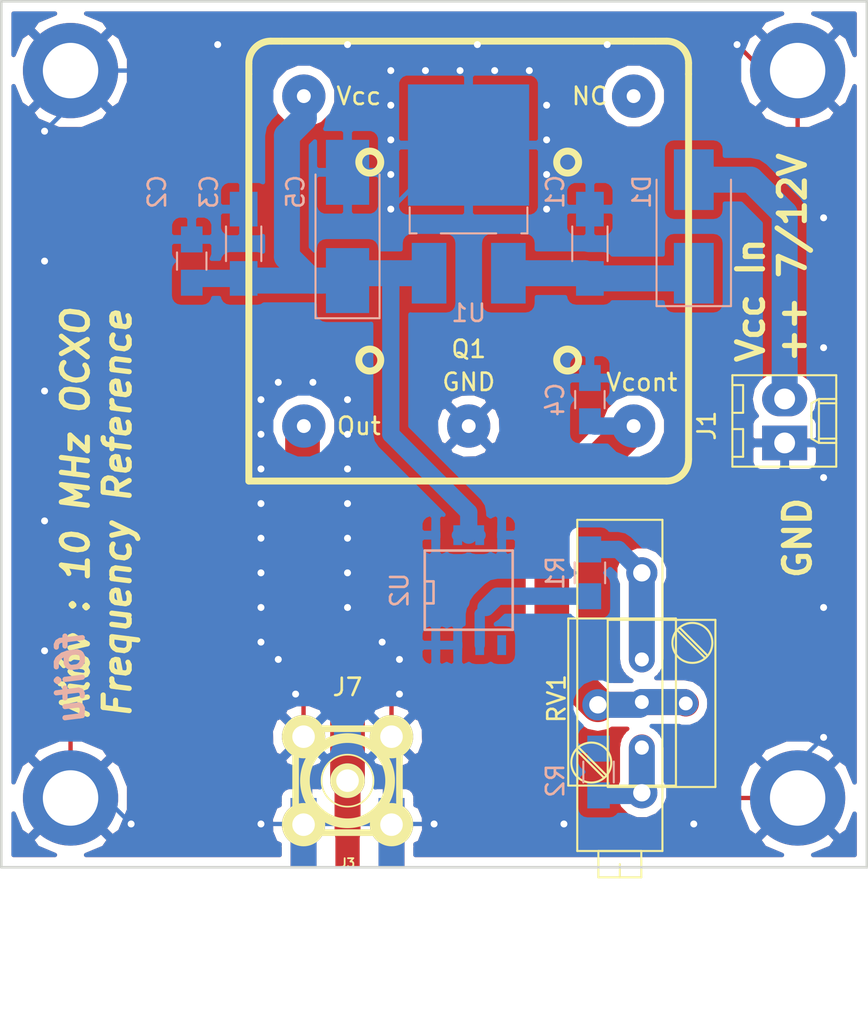
<source format=kicad_pcb>
(kicad_pcb (version 4) (host pcbnew 4.0.7)

  (general
    (links 46)
    (no_connects 0)
    (area 79.924999 44.924999 130.075001 95.075001)
    (thickness 1.6)
    (drawings 8)
    (tracks 194)
    (zones 0)
    (modules 21)
    (nets 10)
  )

  (page A4)
  (layers
    (0 F.Cu signal)
    (31 B.Cu signal)
    (32 B.Adhes user)
    (33 F.Adhes user)
    (34 B.Paste user)
    (35 F.Paste user)
    (36 B.SilkS user)
    (37 F.SilkS user)
    (38 B.Mask user)
    (39 F.Mask user)
    (40 Dwgs.User user)
    (41 Cmts.User user)
    (42 Eco1.User user)
    (43 Eco2.User user)
    (44 Edge.Cuts user)
    (45 Margin user)
    (46 B.CrtYd user)
    (47 F.CrtYd user)
    (48 B.Fab user)
    (49 F.Fab user)
  )

  (setup
    (last_trace_width 0.25)
    (user_trace_width 0.6)
    (user_trace_width 0.7)
    (user_trace_width 1)
    (user_trace_width 1.5)
    (user_trace_width 2)
    (user_trace_width 2.5)
    (trace_clearance 0.2)
    (zone_clearance 0.508)
    (zone_45_only no)
    (trace_min 0.2)
    (segment_width 0.2)
    (edge_width 0.15)
    (via_size 0.6)
    (via_drill 0.4)
    (via_min_size 0.4)
    (via_min_drill 0.3)
    (uvia_size 0.3)
    (uvia_drill 0.1)
    (uvias_allowed no)
    (uvia_min_size 0.2)
    (uvia_min_drill 0.1)
    (pcb_text_width 0.3)
    (pcb_text_size 1.5 1.5)
    (mod_edge_width 0.15)
    (mod_text_size 1 1)
    (mod_text_width 0.15)
    (pad_size 1.524 1.524)
    (pad_drill 0.762)
    (pad_to_mask_clearance 0.2)
    (aux_axis_origin 0 0)
    (visible_elements 7FFFFFFF)
    (pcbplotparams
      (layerselection 0x00030_80000001)
      (usegerberextensions false)
      (excludeedgelayer true)
      (linewidth 0.100000)
      (plotframeref false)
      (viasonmask false)
      (mode 1)
      (useauxorigin false)
      (hpglpennumber 1)
      (hpglpenspeed 20)
      (hpglpendiameter 15)
      (hpglpenoverlay 2)
      (psnegative false)
      (psa4output false)
      (plotreference true)
      (plotvalue true)
      (plotinvisibletext false)
      (padsonsilk false)
      (subtractmaskfromsilk false)
      (outputformat 1)
      (mirror false)
      (drillshape 1)
      (scaleselection 1)
      (outputdirectory ""))
  )

  (net 0 "")
  (net 1 +12V)
  (net 2 GND)
  (net 3 "Net-(C2-Pad1)")
  (net 4 "Net-(C4-Pad1)")
  (net 5 "Net-(D1-Pad2)")
  (net 6 "Net-(J3-Pad1)")
  (net 7 "Net-(R1-Pad1)")
  (net 8 "Net-(R1-Pad2)")
  (net 9 "Net-(R2-Pad1)")

  (net_class Default "Ceci est la Netclass par défaut"
    (clearance 0.2)
    (trace_width 0.25)
    (via_dia 0.6)
    (via_drill 0.4)
    (uvia_dia 0.3)
    (uvia_drill 0.1)
    (add_net +12V)
    (add_net GND)
    (add_net "Net-(C2-Pad1)")
    (add_net "Net-(C4-Pad1)")
    (add_net "Net-(D1-Pad2)")
    (add_net "Net-(J3-Pad1)")
    (add_net "Net-(R1-Pad1)")
    (add_net "Net-(R1-Pad2)")
    (add_net "Net-(R2-Pad1)")
  )

  (module Capacitors_SMD:C_1206_HandSoldering (layer B.Cu) (tedit 5A4268DD) (tstamp 5A4234F0)
    (at 114 59 90)
    (descr "Capacitor SMD 1206, hand soldering")
    (tags "capacitor 1206")
    (path /5A0B5D91)
    (attr smd)
    (fp_text reference C1 (at 3 -2 90) (layer B.SilkS)
      (effects (font (size 1 1) (thickness 0.15)) (justify mirror))
    )
    (fp_text value 100n (at 0 -2 90) (layer B.Fab)
      (effects (font (size 1 1) (thickness 0.15)) (justify mirror))
    )
    (fp_text user %R (at 0 1.75 90) (layer B.Fab)
      (effects (font (size 1 1) (thickness 0.15)) (justify mirror))
    )
    (fp_line (start -1.6 -0.8) (end -1.6 0.8) (layer B.Fab) (width 0.1))
    (fp_line (start 1.6 -0.8) (end -1.6 -0.8) (layer B.Fab) (width 0.1))
    (fp_line (start 1.6 0.8) (end 1.6 -0.8) (layer B.Fab) (width 0.1))
    (fp_line (start -1.6 0.8) (end 1.6 0.8) (layer B.Fab) (width 0.1))
    (fp_line (start 1 1.02) (end -1 1.02) (layer B.SilkS) (width 0.12))
    (fp_line (start -1 -1.02) (end 1 -1.02) (layer B.SilkS) (width 0.12))
    (fp_line (start -3.25 1.05) (end 3.25 1.05) (layer B.CrtYd) (width 0.05))
    (fp_line (start -3.25 1.05) (end -3.25 -1.05) (layer B.CrtYd) (width 0.05))
    (fp_line (start 3.25 -1.05) (end 3.25 1.05) (layer B.CrtYd) (width 0.05))
    (fp_line (start 3.25 -1.05) (end -3.25 -1.05) (layer B.CrtYd) (width 0.05))
    (pad 1 smd rect (at -2 0 90) (size 2 1.6) (layers B.Cu B.Paste B.Mask)
      (net 1 +12V))
    (pad 2 smd rect (at 2 0 90) (size 2 1.6) (layers B.Cu B.Paste B.Mask)
      (net 2 GND))
    (model Capacitors_SMD.3dshapes/C_1206.wrl
      (at (xyz 0 0 0))
      (scale (xyz 1 1 1))
      (rotate (xyz 0 0 0))
    )
  )

  (module Capacitors_SMD:C_0805_HandSoldering (layer B.Cu) (tedit 5A4268CC) (tstamp 5A4234F6)
    (at 91 60 90)
    (descr "Capacitor SMD 0805, hand soldering")
    (tags "capacitor 0805")
    (path /5A0B5D01)
    (attr smd)
    (fp_text reference C2 (at 4 -2 90) (layer B.SilkS)
      (effects (font (size 1 1) (thickness 0.15)) (justify mirror))
    )
    (fp_text value 10n (at 0 -1.75 90) (layer B.Fab)
      (effects (font (size 1 1) (thickness 0.15)) (justify mirror))
    )
    (fp_text user %R (at 0 1.75 90) (layer B.Fab)
      (effects (font (size 1 1) (thickness 0.15)) (justify mirror))
    )
    (fp_line (start -1 -0.62) (end -1 0.62) (layer B.Fab) (width 0.1))
    (fp_line (start 1 -0.62) (end -1 -0.62) (layer B.Fab) (width 0.1))
    (fp_line (start 1 0.62) (end 1 -0.62) (layer B.Fab) (width 0.1))
    (fp_line (start -1 0.62) (end 1 0.62) (layer B.Fab) (width 0.1))
    (fp_line (start 0.5 0.85) (end -0.5 0.85) (layer B.SilkS) (width 0.12))
    (fp_line (start -0.5 -0.85) (end 0.5 -0.85) (layer B.SilkS) (width 0.12))
    (fp_line (start -2.25 0.88) (end 2.25 0.88) (layer B.CrtYd) (width 0.05))
    (fp_line (start -2.25 0.88) (end -2.25 -0.87) (layer B.CrtYd) (width 0.05))
    (fp_line (start 2.25 -0.87) (end 2.25 0.88) (layer B.CrtYd) (width 0.05))
    (fp_line (start 2.25 -0.87) (end -2.25 -0.87) (layer B.CrtYd) (width 0.05))
    (pad 1 smd rect (at -1.25 0 90) (size 1.5 1.25) (layers B.Cu B.Paste B.Mask)
      (net 3 "Net-(C2-Pad1)"))
    (pad 2 smd rect (at 1.25 0 90) (size 1.5 1.25) (layers B.Cu B.Paste B.Mask)
      (net 2 GND))
    (model Capacitors_SMD.3dshapes/C_0805.wrl
      (at (xyz 0 0 0))
      (scale (xyz 1 1 1))
      (rotate (xyz 0 0 0))
    )
  )

  (module Capacitors_SMD:C_1206_HandSoldering (layer B.Cu) (tedit 5A4268BE) (tstamp 5A4234FC)
    (at 94 59 90)
    (descr "Capacitor SMD 1206, hand soldering")
    (tags "capacitor 1206")
    (path /5A0B5D26)
    (attr smd)
    (fp_text reference C3 (at 3 -2 90) (layer B.SilkS)
      (effects (font (size 1 1) (thickness 0.15)) (justify mirror))
    )
    (fp_text value 100n (at 0 -2 90) (layer B.Fab)
      (effects (font (size 1 1) (thickness 0.15)) (justify mirror))
    )
    (fp_text user %R (at 0 1.75 90) (layer B.Fab)
      (effects (font (size 1 1) (thickness 0.15)) (justify mirror))
    )
    (fp_line (start -1.6 -0.8) (end -1.6 0.8) (layer B.Fab) (width 0.1))
    (fp_line (start 1.6 -0.8) (end -1.6 -0.8) (layer B.Fab) (width 0.1))
    (fp_line (start 1.6 0.8) (end 1.6 -0.8) (layer B.Fab) (width 0.1))
    (fp_line (start -1.6 0.8) (end 1.6 0.8) (layer B.Fab) (width 0.1))
    (fp_line (start 1 1.02) (end -1 1.02) (layer B.SilkS) (width 0.12))
    (fp_line (start -1 -1.02) (end 1 -1.02) (layer B.SilkS) (width 0.12))
    (fp_line (start -3.25 1.05) (end 3.25 1.05) (layer B.CrtYd) (width 0.05))
    (fp_line (start -3.25 1.05) (end -3.25 -1.05) (layer B.CrtYd) (width 0.05))
    (fp_line (start 3.25 -1.05) (end 3.25 1.05) (layer B.CrtYd) (width 0.05))
    (fp_line (start 3.25 -1.05) (end -3.25 -1.05) (layer B.CrtYd) (width 0.05))
    (pad 1 smd rect (at -2 0 90) (size 2 1.6) (layers B.Cu B.Paste B.Mask)
      (net 3 "Net-(C2-Pad1)"))
    (pad 2 smd rect (at 2 0 90) (size 2 1.6) (layers B.Cu B.Paste B.Mask)
      (net 2 GND))
    (model Capacitors_SMD.3dshapes/C_1206.wrl
      (at (xyz 0 0 0))
      (scale (xyz 1 1 1))
      (rotate (xyz 0 0 0))
    )
  )

  (module Capacitors_SMD:C_0805_HandSoldering (layer B.Cu) (tedit 5A426867) (tstamp 5A423502)
    (at 114 68 90)
    (descr "Capacitor SMD 0805, hand soldering")
    (tags "capacitor 0805")
    (path /5A0B664E)
    (attr smd)
    (fp_text reference C4 (at 0 -2 90) (layer B.SilkS)
      (effects (font (size 1 1) (thickness 0.15)) (justify mirror))
    )
    (fp_text value 10n (at 0 -1.75 90) (layer B.Fab)
      (effects (font (size 1 1) (thickness 0.15)) (justify mirror))
    )
    (fp_text user %R (at 0 1.75 90) (layer B.Fab)
      (effects (font (size 1 1) (thickness 0.15)) (justify mirror))
    )
    (fp_line (start -1 -0.62) (end -1 0.62) (layer B.Fab) (width 0.1))
    (fp_line (start 1 -0.62) (end -1 -0.62) (layer B.Fab) (width 0.1))
    (fp_line (start 1 0.62) (end 1 -0.62) (layer B.Fab) (width 0.1))
    (fp_line (start -1 0.62) (end 1 0.62) (layer B.Fab) (width 0.1))
    (fp_line (start 0.5 0.85) (end -0.5 0.85) (layer B.SilkS) (width 0.12))
    (fp_line (start -0.5 -0.85) (end 0.5 -0.85) (layer B.SilkS) (width 0.12))
    (fp_line (start -2.25 0.88) (end 2.25 0.88) (layer B.CrtYd) (width 0.05))
    (fp_line (start -2.25 0.88) (end -2.25 -0.87) (layer B.CrtYd) (width 0.05))
    (fp_line (start 2.25 -0.87) (end 2.25 0.88) (layer B.CrtYd) (width 0.05))
    (fp_line (start 2.25 -0.87) (end -2.25 -0.87) (layer B.CrtYd) (width 0.05))
    (pad 1 smd rect (at -1.25 0 90) (size 1.5 1.25) (layers B.Cu B.Paste B.Mask)
      (net 4 "Net-(C4-Pad1)"))
    (pad 2 smd rect (at 1.25 0 90) (size 1.5 1.25) (layers B.Cu B.Paste B.Mask)
      (net 2 GND))
    (model Capacitors_SMD.3dshapes/C_0805.wrl
      (at (xyz 0 0 0))
      (scale (xyz 1 1 1))
      (rotate (xyz 0 0 0))
    )
  )

  (module Capacitors_Tantalum_SMD:CP_Tantalum_Case-C_EIA-6032-28_Hand (layer B.Cu) (tedit 5A4268D1) (tstamp 5A423508)
    (at 100 58 90)
    (descr "Tantalum capacitor, Case C, EIA 6032-28, 6.0x3.2x2.5mm, Hand soldering footprint")
    (tags "capacitor tantalum smd")
    (path /5A4114C5)
    (attr smd)
    (fp_text reference C5 (at 2 -3 90) (layer B.SilkS)
      (effects (font (size 1 1) (thickness 0.15)) (justify mirror))
    )
    (fp_text value 10u (at 0 -3.35 90) (layer B.Fab)
      (effects (font (size 1 1) (thickness 0.15)) (justify mirror))
    )
    (fp_text user %R (at 0 0 90) (layer B.Fab)
      (effects (font (size 1 1) (thickness 0.15)) (justify mirror))
    )
    (fp_line (start -5.4 2) (end -5.4 -2) (layer B.CrtYd) (width 0.05))
    (fp_line (start -5.4 -2) (end 5.4 -2) (layer B.CrtYd) (width 0.05))
    (fp_line (start 5.4 -2) (end 5.4 2) (layer B.CrtYd) (width 0.05))
    (fp_line (start 5.4 2) (end -5.4 2) (layer B.CrtYd) (width 0.05))
    (fp_line (start -3 1.6) (end -3 -1.6) (layer B.Fab) (width 0.1))
    (fp_line (start -3 -1.6) (end 3 -1.6) (layer B.Fab) (width 0.1))
    (fp_line (start 3 -1.6) (end 3 1.6) (layer B.Fab) (width 0.1))
    (fp_line (start 3 1.6) (end -3 1.6) (layer B.Fab) (width 0.1))
    (fp_line (start -2.4 1.6) (end -2.4 -1.6) (layer B.Fab) (width 0.1))
    (fp_line (start -2.1 1.6) (end -2.1 -1.6) (layer B.Fab) (width 0.1))
    (fp_line (start -5.3 1.85) (end 3 1.85) (layer B.SilkS) (width 0.12))
    (fp_line (start -5.3 -1.85) (end 3 -1.85) (layer B.SilkS) (width 0.12))
    (fp_line (start -5.3 1.85) (end -5.3 -1.85) (layer B.SilkS) (width 0.12))
    (pad 1 smd rect (at -3.125 0 90) (size 3.75 2.5) (layers B.Cu B.Paste B.Mask)
      (net 3 "Net-(C2-Pad1)"))
    (pad 2 smd rect (at 3.125 0 90) (size 3.75 2.5) (layers B.Cu B.Paste B.Mask)
      (net 2 GND))
    (model Capacitors_Tantalum_SMD.3dshapes/CP_Tantalum_Case-C_EIA-6032-28.wrl
      (at (xyz 0 0 0))
      (scale (xyz 1 1 1))
      (rotate (xyz 0 0 0))
    )
  )

  (module Connectors_Molex:Molex_KK-6410-02_02x2.54mm_Straight (layer F.Cu) (tedit 5A424B6C) (tstamp 5A423514)
    (at 125.25 70.5 90)
    (descr "Connector Headers with Friction Lock, 22-27-2021, http://www.molex.com/pdm_docs/sd/022272021_sd.pdf")
    (tags "connector molex kk_6410 22-27-2021")
    (path /5A0B6CF6)
    (fp_text reference J1 (at 1 -4.5 90) (layer F.SilkS)
      (effects (font (size 1 1) (thickness 0.15)))
    )
    (fp_text value Conn_01x02 (at 1.27 4.5 90) (layer F.Fab) hide
      (effects (font (size 1 1) (thickness 0.15)))
    )
    (fp_line (start -1.47 -3.12) (end -1.47 3.08) (layer F.Fab) (width 0.12))
    (fp_line (start -1.47 3.08) (end 4.01 3.08) (layer F.Fab) (width 0.12))
    (fp_line (start 4.01 3.08) (end 4.01 -3.12) (layer F.Fab) (width 0.12))
    (fp_line (start 4.01 -3.12) (end -1.47 -3.12) (layer F.Fab) (width 0.12))
    (fp_line (start -1.37 -3.02) (end -1.37 2.98) (layer F.SilkS) (width 0.12))
    (fp_line (start -1.37 2.98) (end 3.91 2.98) (layer F.SilkS) (width 0.12))
    (fp_line (start 3.91 2.98) (end 3.91 -3.02) (layer F.SilkS) (width 0.12))
    (fp_line (start 3.91 -3.02) (end -1.37 -3.02) (layer F.SilkS) (width 0.12))
    (fp_line (start 0 2.98) (end 0 1.98) (layer F.SilkS) (width 0.12))
    (fp_line (start 0 1.98) (end 2.54 1.98) (layer F.SilkS) (width 0.12))
    (fp_line (start 2.54 1.98) (end 2.54 2.98) (layer F.SilkS) (width 0.12))
    (fp_line (start 0 1.98) (end 0.25 1.55) (layer F.SilkS) (width 0.12))
    (fp_line (start 0.25 1.55) (end 2.29 1.55) (layer F.SilkS) (width 0.12))
    (fp_line (start 2.29 1.55) (end 2.54 1.98) (layer F.SilkS) (width 0.12))
    (fp_line (start 0.25 2.98) (end 0.25 1.98) (layer F.SilkS) (width 0.12))
    (fp_line (start 2.29 2.98) (end 2.29 1.98) (layer F.SilkS) (width 0.12))
    (fp_line (start -0.8 -3.02) (end -0.8 -2.4) (layer F.SilkS) (width 0.12))
    (fp_line (start -0.8 -2.4) (end 0.8 -2.4) (layer F.SilkS) (width 0.12))
    (fp_line (start 0.8 -2.4) (end 0.8 -3.02) (layer F.SilkS) (width 0.12))
    (fp_line (start 1.74 -3.02) (end 1.74 -2.4) (layer F.SilkS) (width 0.12))
    (fp_line (start 1.74 -2.4) (end 3.34 -2.4) (layer F.SilkS) (width 0.12))
    (fp_line (start 3.34 -2.4) (end 3.34 -3.02) (layer F.SilkS) (width 0.12))
    (fp_line (start -1.9 3.5) (end -1.9 -3.55) (layer F.CrtYd) (width 0.05))
    (fp_line (start -1.9 -3.55) (end 4.45 -3.55) (layer F.CrtYd) (width 0.05))
    (fp_line (start 4.45 -3.55) (end 4.45 3.5) (layer F.CrtYd) (width 0.05))
    (fp_line (start 4.45 3.5) (end -1.9 3.5) (layer F.CrtYd) (width 0.05))
    (fp_text user %R (at 1.27 0 90) (layer F.Fab)
      (effects (font (size 1 1) (thickness 0.15)))
    )
    (pad 1 thru_hole rect (at 0 0 90) (size 2 2.6) (drill 1.2) (layers *.Cu *.Mask)
      (net 2 GND))
    (pad 2 thru_hole oval (at 2.54 0 90) (size 2 2.6) (drill 1.2) (layers *.Cu *.Mask)
      (net 5 "Net-(D1-Pad2)"))
    (model ${KISYS3DMOD}/Connectors_Molex.3dshapes/Molex_KK-6410-02_02x2.54mm_Straight.wrl
      (at (xyz 0 0 0))
      (scale (xyz 1 1 1))
      (rotate (xyz 0 0 0))
    )
  )

  (module MountingHole:MountingHole_3.2mm_M3_ISO14580_Pad (layer F.Cu) (tedit 5A4248C5) (tstamp 5A423519)
    (at 126 49)
    (descr "Mounting Hole 3.2mm, M3, ISO14580")
    (tags "mounting hole 3.2mm m3 iso14580")
    (path /5A0B6837)
    (attr virtual)
    (fp_text reference J2 (at 0 -3.75) (layer F.SilkS) hide
      (effects (font (size 1 1) (thickness 0.15)))
    )
    (fp_text value Conn_01x01 (at 0 3.75) (layer F.Fab) hide
      (effects (font (size 1 1) (thickness 0.15)))
    )
    (fp_text user %R (at 0.3 0) (layer F.Fab)
      (effects (font (size 1 1) (thickness 0.15)))
    )
    (fp_circle (center 0 0) (end 2.75 0) (layer Cmts.User) (width 0.15))
    (fp_circle (center 0 0) (end 3 0) (layer F.CrtYd) (width 0.05))
    (pad 1 thru_hole circle (at 0 0) (size 5.5 5.5) (drill 3.2) (layers *.Cu *.Mask)
      (net 2 GND))
  )

  (module SMA_PINS:SMA_PINS (layer F.Cu) (tedit 58E74540) (tstamp 5A423522)
    (at 100 90)
    (descr "SMA with through-hole connections")
    (path /5A0B6BE9)
    (clearance 0.09906)
    (fp_text reference J3 (at 0 4.75) (layer F.SilkS)
      (effects (font (size 0.5 0.5) (thickness 0.1)))
    )
    (fp_text value Conn_Coaxial (at 0 6.35) (layer F.SilkS) hide
      (effects (font (thickness 0.3048)))
    )
    (fp_circle (center 0 0) (end 0 -0.50038) (layer F.SilkS) (width 0.09906))
    (fp_circle (center 0 0) (end 1.50114 0) (layer F.SilkS) (width 0.09906))
    (fp_circle (center 0 0) (end 2.49936 -0.50038) (layer F.SilkS) (width 0.381))
    (fp_line (start -2.99974 -2.99974) (end 2.99974 -2.99974) (layer F.SilkS) (width 0.381))
    (fp_line (start 2.99974 -2.99974) (end 2.99974 2.99974) (layer F.SilkS) (width 0.381))
    (fp_line (start 2.99974 2.99974) (end -2.99974 2.99974) (layer F.SilkS) (width 0.381))
    (fp_line (start -2.99974 2.99974) (end -2.99974 -2.99974) (layer F.SilkS) (width 0.381))
    (fp_circle (center 0 0) (end 2.25044 0.7493) (layer F.SilkS) (width 0.381))
    (pad 1 thru_hole circle (at 0 0) (size 1.99898 1.99898) (drill 1.30048) (layers *.Cu *.Mask F.SilkS)
      (net 6 "Net-(J3-Pad1)") (clearance 0.09906))
    (pad 2 thru_hole circle (at 2.54 -2.54) (size 2.49936 2.49936) (drill 1.30048) (layers *.Cu *.Mask F.SilkS)
      (net 2 GND))
    (pad 2 thru_hole circle (at 2.54 2.54) (size 2.49936 2.49936) (drill 1.30048) (layers *.Cu *.Mask F.SilkS)
      (net 2 GND))
    (pad 2 thru_hole circle (at -2.54 2.54) (size 2.49936 2.49936) (drill 1.30048) (layers *.Cu *.Mask F.SilkS)
      (net 2 GND))
    (pad 2 thru_hole circle (at -2.54 -2.54) (size 2.49936 2.49936) (drill 1.30048) (layers *.Cu *.Mask F.SilkS)
      (net 2 GND))
    (model ../../../../../../Users/Marco/Documents/Kicad/Projets/Badge2/ndh.pretty/packages3d/SMA_Coax/SMA_PINS.wrl
      (at (xyz 0 0 0))
      (scale (xyz 1 1 1))
      (rotate (xyz 0 0 0))
    )
  )

  (module MountingHole:MountingHole_3.2mm_M3_ISO14580_Pad (layer F.Cu) (tedit 5A4248BF) (tstamp 5A423527)
    (at 84 49)
    (descr "Mounting Hole 3.2mm, M3, ISO14580")
    (tags "mounting hole 3.2mm m3 iso14580")
    (path /5A412522)
    (attr virtual)
    (fp_text reference J4 (at 0 -3.75) (layer F.SilkS) hide
      (effects (font (size 1 1) (thickness 0.15)))
    )
    (fp_text value Conn_01x01 (at 0 3.75) (layer F.Fab) hide
      (effects (font (size 1 1) (thickness 0.15)))
    )
    (fp_text user %R (at 0.3 0) (layer F.Fab)
      (effects (font (size 1 1) (thickness 0.15)))
    )
    (fp_circle (center 0 0) (end 2.75 0) (layer Cmts.User) (width 0.15))
    (fp_circle (center 0 0) (end 3 0) (layer F.CrtYd) (width 0.05))
    (pad 1 thru_hole circle (at 0 0) (size 5.5 5.5) (drill 3.2) (layers *.Cu *.Mask)
      (net 2 GND))
  )

  (module MountingHole:MountingHole_3.2mm_M3_ISO14580_Pad (layer F.Cu) (tedit 5A4248AF) (tstamp 5A42352C)
    (at 126 91)
    (descr "Mounting Hole 3.2mm, M3, ISO14580")
    (tags "mounting hole 3.2mm m3 iso14580")
    (path /5A412515)
    (attr virtual)
    (fp_text reference J5 (at 0 -3.75) (layer F.SilkS) hide
      (effects (font (size 1 1) (thickness 0.15)))
    )
    (fp_text value Conn_01x01 (at 0 3.75) (layer F.Fab) hide
      (effects (font (size 1 1) (thickness 0.15)))
    )
    (fp_text user %R (at 0.3 0) (layer F.Fab)
      (effects (font (size 1 1) (thickness 0.15)))
    )
    (fp_circle (center 0 0) (end 2.75 0) (layer Cmts.User) (width 0.15))
    (fp_circle (center 0 0) (end 3 0) (layer F.CrtYd) (width 0.05))
    (pad 1 thru_hole circle (at 0 0) (size 5.5 5.5) (drill 3.2) (layers *.Cu *.Mask)
      (net 2 GND))
  )

  (module MountingHole:MountingHole_3.2mm_M3_ISO14580_Pad (layer F.Cu) (tedit 5A4248B5) (tstamp 5A423531)
    (at 84 91)
    (descr "Mounting Hole 3.2mm, M3, ISO14580")
    (tags "mounting hole 3.2mm m3 iso14580")
    (path /5A41248C)
    (attr virtual)
    (fp_text reference J6 (at 0 -3.75) (layer F.SilkS) hide
      (effects (font (size 1 1) (thickness 0.15)))
    )
    (fp_text value Conn_01x01 (at 0 3.75) (layer F.Fab) hide
      (effects (font (size 1 1) (thickness 0.15)))
    )
    (fp_text user %R (at 0.3 0) (layer F.Fab)
      (effects (font (size 1 1) (thickness 0.15)))
    )
    (fp_circle (center 0 0) (end 2.75 0) (layer Cmts.User) (width 0.15))
    (fp_circle (center 0 0) (end 3 0) (layer F.CrtYd) (width 0.05))
    (pad 1 thru_hole circle (at 0 0) (size 5.5 5.5) (drill 3.2) (layers *.Cu *.Mask)
      (net 2 GND))
  )

  (module SMA_PINS:SMA_EDGE_NRW (layer F.Cu) (tedit 5A4248D4) (tstamp 5A42353A)
    (at 100 93 270)
    (path /5A41238F)
    (fp_text reference J7 (at -8.4 0 360) (layer F.SilkS)
      (effects (font (size 1 1) (thickness 0.15)))
    )
    (fp_text value Conn_Coaxial (at 1 -6.5 270) (layer F.Fab) hide
      (effects (font (size 1 1) (thickness 0.15)))
    )
    (fp_line (start 6.5 -2.5) (end 6 2.5) (layer Dwgs.User) (width 0.15))
    (fp_line (start 7.5 -2.5) (end 7 2.5) (layer Dwgs.User) (width 0.15))
    (fp_line (start 8.5 -2.5) (end 8 2.5) (layer Dwgs.User) (width 0.15))
    (fp_line (start 9.5 -2.5) (end 9 2.5) (layer Dwgs.User) (width 0.15))
    (fp_line (start 10.5 -2.5) (end 10 2.5) (layer Dwgs.User) (width 0.15))
    (fp_line (start 6 2.5) (end 10.5 2.5) (layer Dwgs.User) (width 0.15))
    (fp_line (start 6 -2.5) (end 10.5 -2.5) (layer Dwgs.User) (width 0.15))
    (fp_line (start 6 3) (end 10.5 3) (layer Dwgs.User) (width 0.15))
    (fp_line (start 6 3) (end 6 2.5) (layer Dwgs.User) (width 0.15))
    (fp_line (start 7 2.5) (end 4 2.5) (layer Dwgs.User) (width 0.15))
    (fp_line (start 10.5 -3) (end 6 -3) (layer Dwgs.User) (width 0.15))
    (fp_line (start 7 -2.5) (end 4 -2.5) (layer Dwgs.User) (width 0.15))
    (fp_line (start 6 -3) (end 6 -2.5) (layer Dwgs.User) (width 0.15))
    (fp_line (start 11 -2.5) (end 11 2.5) (layer Dwgs.User) (width 0.15))
    (fp_line (start 11 2.5) (end 10.5 2.5) (layer Dwgs.User) (width 0.15))
    (fp_line (start 10.5 2.5) (end 10.5 3) (layer Dwgs.User) (width 0.15))
    (fp_line (start 11 -2.5) (end 10.5 -2.5) (layer Dwgs.User) (width 0.15))
    (fp_line (start 10.5 -2.5) (end 10.5 -3) (layer Dwgs.User) (width 0.15))
    (fp_line (start 3 -0.5) (end -1 -0.5) (layer Dwgs.User) (width 0.15))
    (fp_line (start -1 -0.5) (end -1 0.5) (layer Dwgs.User) (width 0.15))
    (fp_line (start -1 0.5) (end 3 0.5) (layer Dwgs.User) (width 0.15))
    (fp_line (start -1 -3) (end -1 -2) (layer Dwgs.User) (width 0.15))
    (fp_line (start -1 -2) (end 3 -2) (layer Dwgs.User) (width 0.15))
    (fp_line (start 3 -2) (end 3 2) (layer Dwgs.User) (width 0.15))
    (fp_line (start 3 2) (end -1 2) (layer Dwgs.User) (width 0.15))
    (fp_line (start -1 2) (end -1 3) (layer Dwgs.User) (width 0.15))
    (fp_line (start -1 3) (end 4 3) (layer Dwgs.User) (width 0.15))
    (fp_line (start 4 3) (end 4 -3) (layer Dwgs.User) (width 0.15))
    (fp_line (start -1 -3) (end 4 -3) (layer Dwgs.User) (width 0.15))
    (pad 1 smd rect (at 0 0 270) (size 4 1.4) (layers F.Cu F.Paste F.Mask)
      (net 6 "Net-(J3-Pad1)"))
    (pad 2 smd rect (at 0 -2.54 270) (size 4 1.5) (layers F.Cu F.Paste F.Mask)
      (net 2 GND))
    (pad 2 smd rect (at 0 2.54 270) (size 4 1.5) (layers F.Cu F.Paste F.Mask)
      (net 2 GND))
    (pad 2 smd rect (at 0 -2.54 270) (size 4 1.5) (layers B.Cu B.Paste B.Mask)
      (net 2 GND))
    (pad 2 smd rect (at 0 2.54 270) (size 4 1.5) (layers B.Cu B.Paste B.Mask)
      (net 2 GND))
  )

  (module ENE3311:ENE3311 (layer F.Cu) (tedit 5A426870) (tstamp 5A423543)
    (at 107 60)
    (tags "OCXO, Oscillator")
    (path /5A0B5BA5)
    (fp_text reference Q1 (at 0 5.08) (layer F.SilkS)
      (effects (font (size 1 1) (thickness 0.15)))
    )
    (fp_text value "ENE3311 OCXO" (at 0 -9.525) (layer F.Fab)
      (effects (font (size 1 1) (thickness 0.15)))
    )
    (fp_text user Vcont (at 10 7) (layer F.SilkS)
      (effects (font (size 1 1) (thickness 0.15)))
    )
    (fp_text user NC (at 6.985 -9.525) (layer F.SilkS)
      (effects (font (size 1 1) (thickness 0.15)))
    )
    (fp_text user Out (at -6.35 9.525) (layer F.SilkS)
      (effects (font (size 1 1) (thickness 0.15)))
    )
    (fp_text user GND (at 0 6.985) (layer F.SilkS)
      (effects (font (size 1 1) (thickness 0.15)))
    )
    (fp_text user Vcc (at -6.35 -9.525) (layer F.SilkS)
      (effects (font (size 1 1) (thickness 0.15)))
    )
    (fp_arc (start -11.43 -11.43) (end -13.335 -11.43) (angle 90) (layer Dwgs.User) (width 0.4))
    (fp_arc (start 11.43 -11.43) (end 11.43 -13.335) (angle 90) (layer Dwgs.User) (width 0.4))
    (fp_arc (start 11.43 11.43) (end 13.335 11.43) (angle 90) (layer Dwgs.User) (width 0.4))
    (fp_line (start -13.335 13.335) (end -13.335 -11.43) (layer Dwgs.User) (width 0.4))
    (fp_line (start 11.43 13.335) (end -13.335 13.335) (layer Dwgs.User) (width 0.4))
    (fp_line (start 13.335 -11.43) (end 13.335 11.43) (layer Dwgs.User) (width 0.4))
    (fp_line (start -11.43 -13.335) (end 11.43 -13.335) (layer Dwgs.User) (width 0.4))
    (fp_circle (center -5.715 -5.715) (end -5.08 -5.715) (layer F.SilkS) (width 0.4))
    (fp_circle (center -5.715 5.715) (end -5.08 5.715) (layer F.SilkS) (width 0.4))
    (fp_circle (center 5.715 5.715) (end 6.35 5.715) (layer F.SilkS) (width 0.4))
    (fp_circle (center 5.715 -5.715) (end 6.35 -5.715) (layer F.SilkS) (width 0.4))
    (fp_line (start -11.43 -12.7) (end -10.795 -12.7) (layer F.SilkS) (width 0.4))
    (fp_line (start -12.7 -10.795) (end -12.7 -11.43) (layer F.SilkS) (width 0.4))
    (fp_arc (start -11.43 -11.43) (end -12.7 -11.43) (angle 90) (layer F.SilkS) (width 0.4))
    (fp_line (start 11.43 -12.7) (end 10.795 -12.7) (layer F.SilkS) (width 0.4))
    (fp_line (start 12.7 -10.795) (end 12.7 -11.43) (layer F.SilkS) (width 0.4))
    (fp_arc (start 11.43 -11.43) (end 11.43 -12.7) (angle 90) (layer F.SilkS) (width 0.4))
    (fp_line (start -12.7 -10.795) (end -12.7 12.7) (layer F.SilkS) (width 0.4))
    (fp_line (start 9.525 -12.7) (end 10.795 -12.7) (layer F.SilkS) (width 0.4))
    (fp_line (start 9.525 -12.7) (end -10.795 -12.7) (layer F.SilkS) (width 0.4))
    (fp_line (start 12.7 11.43) (end 12.7 -10.795) (layer F.SilkS) (width 0.4))
    (fp_arc (start 11.43 11.43) (end 12.7 11.43) (angle 90) (layer F.SilkS) (width 0.4))
    (fp_line (start -12.7 12.7) (end 11.43 12.7) (layer F.SilkS) (width 0.4))
    (pad 5 thru_hole circle (at -9.525 -9.525) (size 2.5 2.5) (drill 0.8) (layers *.Cu *.Mask)
      (net 3 "Net-(C2-Pad1)"))
    (pad 4 thru_hole circle (at 9.525 -9.525) (size 2.5 2.5) (drill 0.8) (layers *.Cu *.Mask))
    (pad 3 thru_hole circle (at 9.525 9.525) (size 2.5 2.5) (drill 0.8) (layers *.Cu *.Mask)
      (net 4 "Net-(C4-Pad1)"))
    (pad 1 thru_hole circle (at -9.525 9.525) (size 2.5 2.5) (drill 0.8) (layers *.Cu *.Mask)
      (net 6 "Net-(J3-Pad1)"))
    (pad 2 thru_hole circle (at 0 9.525) (size 2.5 2.5) (drill 0.8) (layers *.Cu *.Mask)
      (net 2 GND))
    (model ../../../../../../Users/Marco/Documents/Kicad/modules/ENE3311.pretty/ENE3311.wrl
      (at (xyz 0 0 0))
      (scale (xyz 0.38 0.38 0.38))
      (rotate (xyz 0 0 0))
    )
  )

  (module Resistors_SMD:R_0805_HandSoldering (layer B.Cu) (tedit 5A426851) (tstamp 5A423549)
    (at 114 78 90)
    (descr "Resistor SMD 0805, hand soldering")
    (tags "resistor 0805")
    (path /5A0B62ED)
    (attr smd)
    (fp_text reference R1 (at 0 -2 90) (layer B.SilkS)
      (effects (font (size 1 1) (thickness 0.15)) (justify mirror))
    )
    (fp_text value 1k (at 0 -1.75 90) (layer B.Fab)
      (effects (font (size 1 1) (thickness 0.15)) (justify mirror))
    )
    (fp_text user %R (at 0 0 90) (layer B.Fab)
      (effects (font (size 0.5 0.5) (thickness 0.075)) (justify mirror))
    )
    (fp_line (start -1 -0.62) (end -1 0.62) (layer B.Fab) (width 0.1))
    (fp_line (start 1 -0.62) (end -1 -0.62) (layer B.Fab) (width 0.1))
    (fp_line (start 1 0.62) (end 1 -0.62) (layer B.Fab) (width 0.1))
    (fp_line (start -1 0.62) (end 1 0.62) (layer B.Fab) (width 0.1))
    (fp_line (start 0.6 -0.88) (end -0.6 -0.88) (layer B.SilkS) (width 0.12))
    (fp_line (start -0.6 0.88) (end 0.6 0.88) (layer B.SilkS) (width 0.12))
    (fp_line (start -2.35 0.9) (end 2.35 0.9) (layer B.CrtYd) (width 0.05))
    (fp_line (start -2.35 0.9) (end -2.35 -0.9) (layer B.CrtYd) (width 0.05))
    (fp_line (start 2.35 -0.9) (end 2.35 0.9) (layer B.CrtYd) (width 0.05))
    (fp_line (start 2.35 -0.9) (end -2.35 -0.9) (layer B.CrtYd) (width 0.05))
    (pad 1 smd rect (at -1.35 0 90) (size 1.5 1.3) (layers B.Cu B.Paste B.Mask)
      (net 7 "Net-(R1-Pad1)"))
    (pad 2 smd rect (at 1.35 0 90) (size 1.5 1.3) (layers B.Cu B.Paste B.Mask)
      (net 8 "Net-(R1-Pad2)"))
    (model ${KISYS3DMOD}/Resistors_SMD.3dshapes/R_0805.wrl
      (at (xyz 0 0 0))
      (scale (xyz 1 1 1))
      (rotate (xyz 0 0 0))
    )
  )

  (module Resistors_SMD:R_0805_HandSoldering (layer B.Cu) (tedit 5A426848) (tstamp 5A42354F)
    (at 114.5 89.5 90)
    (descr "Resistor SMD 0805, hand soldering")
    (tags "resistor 0805")
    (path /5A0B6431)
    (attr smd)
    (fp_text reference R2 (at -0.5 -2.5 90) (layer B.SilkS)
      (effects (font (size 1 1) (thickness 0.15)) (justify mirror))
    )
    (fp_text value 1k (at 0 -1.75 90) (layer B.Fab)
      (effects (font (size 1 1) (thickness 0.15)) (justify mirror))
    )
    (fp_text user %R (at 0 0 90) (layer B.Fab)
      (effects (font (size 0.5 0.5) (thickness 0.075)) (justify mirror))
    )
    (fp_line (start -1 -0.62) (end -1 0.62) (layer B.Fab) (width 0.1))
    (fp_line (start 1 -0.62) (end -1 -0.62) (layer B.Fab) (width 0.1))
    (fp_line (start 1 0.62) (end 1 -0.62) (layer B.Fab) (width 0.1))
    (fp_line (start -1 0.62) (end 1 0.62) (layer B.Fab) (width 0.1))
    (fp_line (start 0.6 -0.88) (end -0.6 -0.88) (layer B.SilkS) (width 0.12))
    (fp_line (start -0.6 0.88) (end 0.6 0.88) (layer B.SilkS) (width 0.12))
    (fp_line (start -2.35 0.9) (end 2.35 0.9) (layer B.CrtYd) (width 0.05))
    (fp_line (start -2.35 0.9) (end -2.35 -0.9) (layer B.CrtYd) (width 0.05))
    (fp_line (start 2.35 -0.9) (end 2.35 0.9) (layer B.CrtYd) (width 0.05))
    (fp_line (start 2.35 -0.9) (end -2.35 -0.9) (layer B.CrtYd) (width 0.05))
    (pad 1 smd rect (at -1.35 0 90) (size 1.5 1.3) (layers B.Cu B.Paste B.Mask)
      (net 9 "Net-(R2-Pad1)"))
    (pad 2 smd rect (at 1.35 0 90) (size 1.5 1.3) (layers B.Cu B.Paste B.Mask)
      (net 2 GND))
    (model ${KISYS3DMOD}/Resistors_SMD.3dshapes/R_0805.wrl
      (at (xyz 0 0 0))
      (scale (xyz 1 1 1))
      (rotate (xyz 0 0 0))
    )
  )

  (module Potentiometers:Potentiometer_Trimmer_Vishay_43 (layer F.Cu) (tedit 58826B0A) (tstamp 5A423556)
    (at 117 78 90)
    (descr "Spindle Trimmer Potentiometer, Vishay 43, http://www.vishay.com/docs/57026/43.pdf")
    (tags "Spindle Trimmer Potentiometer   Vishay 43")
    (path /5A0B6442)
    (fp_text reference RV1 (at -7.26 -4.92 90) (layer F.SilkS)
      (effects (font (size 1 1) (thickness 0.15)))
    )
    (fp_text value 5k (at -7.26 2.38 90) (layer F.Fab)
      (effects (font (size 1 1) (thickness 0.15)))
    )
    (fp_line (start -16 -3.67) (end -16 1.13) (layer F.Fab) (width 0.1))
    (fp_line (start -16 1.13) (end 3 1.13) (layer F.Fab) (width 0.1))
    (fp_line (start 3 1.13) (end 3 -3.67) (layer F.Fab) (width 0.1))
    (fp_line (start 3 -3.67) (end -16 -3.67) (layer F.Fab) (width 0.1))
    (fp_line (start -17.52 -2.45) (end -17.52 -0.09) (layer F.Fab) (width 0.1))
    (fp_line (start -17.52 -0.09) (end -16 -0.09) (layer F.Fab) (width 0.1))
    (fp_line (start -16 -0.09) (end -16 -2.45) (layer F.Fab) (width 0.1))
    (fp_line (start -16 -2.45) (end -17.52 -2.45) (layer F.Fab) (width 0.1))
    (fp_line (start -17.52 -1.27) (end -16.76 -1.27) (layer F.Fab) (width 0.1))
    (fp_line (start -16.06 -3.73) (end 3.061 -3.73) (layer F.SilkS) (width 0.12))
    (fp_line (start -16.06 1.19) (end 3.061 1.19) (layer F.SilkS) (width 0.12))
    (fp_line (start -16.06 -3.73) (end -16.06 1.19) (layer F.SilkS) (width 0.12))
    (fp_line (start 3.061 -3.73) (end 3.061 1.19) (layer F.SilkS) (width 0.12))
    (fp_line (start -17.58 -2.51) (end -16.061 -2.51) (layer F.SilkS) (width 0.12))
    (fp_line (start -17.58 -0.03) (end -16.061 -0.03) (layer F.SilkS) (width 0.12))
    (fp_line (start -17.58 -2.51) (end -17.58 -0.03) (layer F.SilkS) (width 0.12))
    (fp_line (start -16.061 -2.51) (end -16.061 -0.03) (layer F.SilkS) (width 0.12))
    (fp_line (start -17.58 -1.27) (end -16.82 -1.27) (layer F.SilkS) (width 0.12))
    (fp_line (start -17.8 -3.95) (end -17.8 1.4) (layer F.CrtYd) (width 0.05))
    (fp_line (start -17.8 1.4) (end 3.25 1.4) (layer F.CrtYd) (width 0.05))
    (fp_line (start 3.25 1.4) (end 3.25 -3.95) (layer F.CrtYd) (width 0.05))
    (fp_line (start 3.25 -3.95) (end -17.8 -3.95) (layer F.CrtYd) (width 0.05))
    (pad 1 thru_hole circle (at 0 0 90) (size 1.8 1.8) (drill 1) (layers *.Cu *.Mask)
      (net 8 "Net-(R1-Pad2)"))
    (pad 2 thru_hole circle (at -7.62 -2.54 90) (size 1.8 1.8) (drill 1) (layers *.Cu *.Mask)
      (net 4 "Net-(C4-Pad1)"))
    (pad 3 thru_hole circle (at -12.7 0 90) (size 1.8 1.8) (drill 1) (layers *.Cu *.Mask)
      (net 9 "Net-(R2-Pad1)"))
    (model Potentiometers.3dshapes/Potentiometer_Trimmer_Vishay_43.wrl
      (at (xyz 0 0 0))
      (scale (xyz 0.393701 0.393701 0.393701))
      (rotate (xyz 0 0 0))
    )
  )

  (module TO_SOT_Packages_SMD:TO-252-2Lead (layer B.Cu) (tedit 5A4268A4) (tstamp 5A42355D)
    (at 107 57 90)
    (descr TO-252-2Lead)
    (path /5A0B59D5)
    (attr smd)
    (fp_text reference U1 (at -6 0 180) (layer B.SilkS)
      (effects (font (size 1 1) (thickness 0.15)) (justify mirror))
    )
    (fp_text value KA78M05_TO252 (at 0.25 -4.81 90) (layer B.Fab)
      (effects (font (size 1 1) (thickness 0.15)) (justify mirror))
    )
    (fp_line (start -1.4 3.04) (end -1.4 3.39) (layer B.SilkS) (width 0.12))
    (fp_line (start -1.4 3.39) (end 0.1 3.39) (layer B.SilkS) (width 0.12))
    (fp_line (start -1.4 -1.61) (end -1.4 1.59) (layer B.SilkS) (width 0.12))
    (fp_line (start 0.1 -3.41) (end -1.4 -3.41) (layer B.SilkS) (width 0.12))
    (fp_line (start -1.4 -3.41) (end -1.4 -3.01) (layer B.SilkS) (width 0.12))
    (fp_line (start 4.68 2.7) (end 5.88 2.7) (layer B.Fab) (width 0.1))
    (fp_line (start 5.88 2.7) (end 5.88 -2.72) (layer B.Fab) (width 0.1))
    (fp_line (start 5.88 -2.72) (end 4.67 -2.72) (layer B.Fab) (width 0.1))
    (fp_line (start -1.32 -1.74) (end -4.23 -1.74) (layer B.Fab) (width 0.1))
    (fp_line (start -4.23 -2.88) (end -1.32 -2.88) (layer B.Fab) (width 0.1))
    (fp_line (start -4.23 -1.74) (end -4.23 -2.88) (layer B.Fab) (width 0.1))
    (fp_line (start -4.23 2.86) (end -4.23 1.72) (layer B.Fab) (width 0.1))
    (fp_line (start -4.23 1.72) (end -1.32 1.72) (layer B.Fab) (width 0.1))
    (fp_line (start -1.32 2.86) (end -4.23 2.86) (layer B.Fab) (width 0.1))
    (fp_line (start -1.32 -3.36) (end 4.67 -3.36) (layer B.Fab) (width 0.1))
    (fp_line (start 4.67 -3.36) (end 4.67 3.34) (layer B.Fab) (width 0.1))
    (fp_line (start 4.67 3.34) (end -1.32 3.34) (layer B.Fab) (width 0.1))
    (fp_line (start -1.32 -3.36) (end -1.32 3.34) (layer B.Fab) (width 0.1))
    (fp_line (start 7.45 3.74) (end 7.45 -3.76) (layer B.CrtYd) (width 0.05))
    (fp_line (start 7.45 3.74) (end -5.7 3.74) (layer B.CrtYd) (width 0.05))
    (fp_line (start -5.7 -3.76) (end 7.45 -3.76) (layer B.CrtYd) (width 0.05))
    (fp_line (start -5.7 -3.76) (end -5.7 3.74) (layer B.CrtYd) (width 0.05))
    (pad 1 smd rect (at -3.7 2.29 180) (size 2 3.5) (layers B.Cu B.Paste B.Mask)
      (net 1 +12V))
    (pad 3 smd rect (at -3.7 -2.29 180) (size 2 3.5) (layers B.Cu B.Paste B.Mask)
      (net 3 "Net-(C2-Pad1)"))
    (pad 2 smd rect (at 3.7 -0.01 180) (size 7 7) (layers B.Cu B.Paste B.Mask)
      (net 2 GND))
    (model TO_SOT_Packages_SMD.3dshapes\TO-252-2Lead.wrl
      (at (xyz -0.1377952755905512 0 0))
      (scale (xyz 1 1 1))
      (rotate (xyz 0 0 90))
    )
  )

  (module SMD_Packages:SOIC-8-N (layer B.Cu) (tedit 5A426839) (tstamp 5A423569)
    (at 107 79)
    (descr "Module Narrow CMS SOJ 8 pins large")
    (tags "CMS SOJ")
    (path /5A0B5C08)
    (attr smd)
    (fp_text reference U2 (at -4 0 90) (layer B.SilkS)
      (effects (font (size 1 1) (thickness 0.15)) (justify mirror))
    )
    (fp_text value LM4140 (at 0 -1.27) (layer B.Fab)
      (effects (font (size 1 1) (thickness 0.15)) (justify mirror))
    )
    (fp_line (start -2.54 2.286) (end 2.54 2.286) (layer B.SilkS) (width 0.15))
    (fp_line (start 2.54 2.286) (end 2.54 -2.286) (layer B.SilkS) (width 0.15))
    (fp_line (start 2.54 -2.286) (end -2.54 -2.286) (layer B.SilkS) (width 0.15))
    (fp_line (start -2.54 -2.286) (end -2.54 2.286) (layer B.SilkS) (width 0.15))
    (fp_line (start -2.54 0.762) (end -2.032 0.762) (layer B.SilkS) (width 0.15))
    (fp_line (start -2.032 0.762) (end -2.032 -0.508) (layer B.SilkS) (width 0.15))
    (fp_line (start -2.032 -0.508) (end -2.54 -0.508) (layer B.SilkS) (width 0.15))
    (pad 8 smd rect (at -1.905 3.175) (size 0.508 1.143) (layers B.Cu B.Paste B.Mask)
      (net 2 GND))
    (pad 7 smd rect (at -0.635 3.175) (size 0.508 1.143) (layers B.Cu B.Paste B.Mask)
      (net 2 GND))
    (pad 6 smd rect (at 0.635 3.175) (size 0.508 1.143) (layers B.Cu B.Paste B.Mask)
      (net 7 "Net-(R1-Pad1)"))
    (pad 5 smd rect (at 1.905 3.175) (size 0.508 1.143) (layers B.Cu B.Paste B.Mask))
    (pad 4 smd rect (at 1.905 -3.175) (size 0.508 1.143) (layers B.Cu B.Paste B.Mask)
      (net 2 GND))
    (pad 3 smd rect (at 0.635 -3.175) (size 0.508 1.143) (layers B.Cu B.Paste B.Mask)
      (net 3 "Net-(C2-Pad1)"))
    (pad 2 smd rect (at -0.635 -3.175) (size 0.508 1.143) (layers B.Cu B.Paste B.Mask)
      (net 3 "Net-(C2-Pad1)"))
    (pad 1 smd rect (at -1.905 -3.175) (size 0.508 1.143) (layers B.Cu B.Paste B.Mask)
      (net 2 GND))
    (model SMD_Packages.3dshapes/SOIC-8-N.wrl
      (at (xyz 0 0 0))
      (scale (xyz 0.5 0.38 0.5))
      (rotate (xyz 0 0 0))
    )
  )

  (module Potentiometers:Potentiometer_Trimmer_Bourns_3299Y (layer F.Cu) (tedit 5A426427) (tstamp 5A426136)
    (at 117 83 90)
    (descr "Spindle Trimmer Potentiometer, Bourns 3299Y, https://www.bourns.com/pdfs/3299.pdf")
    (tags "Spindle Trimmer Potentiometer   Bourns 3299Y")
    (path /5A425F65)
    (fp_text reference RV2 (at -2.54 -3.16 90) (layer F.SilkS) hide
      (effects (font (size 1 1) (thickness 0.15)))
    )
    (fp_text value 5k (at -2.54 5.44 90) (layer F.Fab)
      (effects (font (size 1 1) (thickness 0.15)))
    )
    (fp_circle (center 0.955 2.92) (end 2.05 2.92) (layer F.Fab) (width 0.1))
    (fp_circle (center 0.955 2.92) (end 2.11 2.92) (layer F.SilkS) (width 0.12))
    (fp_line (start -7.305 -1.91) (end -7.305 4.19) (layer F.Fab) (width 0.1))
    (fp_line (start -7.305 4.19) (end 2.225 4.19) (layer F.Fab) (width 0.1))
    (fp_line (start 2.225 4.19) (end 2.225 -1.91) (layer F.Fab) (width 0.1))
    (fp_line (start 2.225 -1.91) (end -7.305 -1.91) (layer F.Fab) (width 0.1))
    (fp_line (start 1.786 2.224) (end 0.259 3.751) (layer F.Fab) (width 0.1))
    (fp_line (start 1.652 2.09) (end 0.125 3.617) (layer F.Fab) (width 0.1))
    (fp_line (start -7.365 -1.97) (end 2.285 -1.97) (layer F.SilkS) (width 0.12))
    (fp_line (start -7.365 4.25) (end 2.285 4.25) (layer F.SilkS) (width 0.12))
    (fp_line (start -7.365 -1.97) (end -7.365 4.25) (layer F.SilkS) (width 0.12))
    (fp_line (start 2.285 -1.97) (end 2.285 4.25) (layer F.SilkS) (width 0.12))
    (fp_line (start 1.831 2.186) (end 0.22 3.796) (layer F.SilkS) (width 0.12))
    (fp_line (start 1.691 2.045) (end 0.079 3.655) (layer F.SilkS) (width 0.12))
    (fp_line (start -7.6 -2.2) (end -7.6 4.45) (layer F.CrtYd) (width 0.05))
    (fp_line (start -7.6 4.45) (end 2.5 4.45) (layer F.CrtYd) (width 0.05))
    (fp_line (start 2.5 4.45) (end 2.5 -2.2) (layer F.CrtYd) (width 0.05))
    (fp_line (start 2.5 -2.2) (end -7.6 -2.2) (layer F.CrtYd) (width 0.05))
    (pad 1 thru_hole circle (at 0 0 90) (size 1.44 1.44) (drill 0.8) (layers *.Cu *.Mask)
      (net 8 "Net-(R1-Pad2)"))
    (pad 2 thru_hole circle (at -2.54 2.54 90) (size 1.44 1.44) (drill 0.8) (layers *.Cu *.Mask)
      (net 4 "Net-(C4-Pad1)"))
    (pad 3 thru_hole circle (at -5.08 0 90) (size 1.44 1.44) (drill 0.8) (layers *.Cu *.Mask)
      (net 9 "Net-(R2-Pad1)"))
    (model Potentiometers.3dshapes/Potentiometer_Trimmer_Bourns_3299Y.wrl
      (at (xyz 0 0 0))
      (scale (xyz 0.393701 0.393701 0.393701))
      (rotate (xyz 0 0 0))
    )
  )

  (module Potentiometers:Potentiometer_Trimmer_Bourns_3299W (layer F.Cu) (tedit 5A426596) (tstamp 5A42613D)
    (at 117 88 270)
    (descr "Spindle Trimmer Potentiometer, Bourns 3299W, https://www.bourns.com/pdfs/3299.pdf")
    (tags "Spindle Trimmer Potentiometer   Bourns 3299W")
    (path /5A426460)
    (fp_text reference RV3 (at 0.5 -3.5 270) (layer F.SilkS) hide
      (effects (font (size 1 1) (thickness 0.15)))
    )
    (fp_text value 5k (at -2.54 5.44 270) (layer F.Fab)
      (effects (font (size 1 1) (thickness 0.15)))
    )
    (fp_circle (center 0.955 2.92) (end 2.05 2.92) (layer F.Fab) (width 0.1))
    (fp_circle (center 0.955 2.92) (end 2.11 2.92) (layer F.SilkS) (width 0.12))
    (fp_line (start -7.305 -1.91) (end -7.305 4.19) (layer F.Fab) (width 0.1))
    (fp_line (start -7.305 4.19) (end 2.225 4.19) (layer F.Fab) (width 0.1))
    (fp_line (start 2.225 4.19) (end 2.225 -1.91) (layer F.Fab) (width 0.1))
    (fp_line (start 2.225 -1.91) (end -7.305 -1.91) (layer F.Fab) (width 0.1))
    (fp_line (start 1.786 2.224) (end 0.259 3.751) (layer F.Fab) (width 0.1))
    (fp_line (start 1.652 2.09) (end 0.125 3.617) (layer F.Fab) (width 0.1))
    (fp_line (start -7.365 -1.97) (end 2.285 -1.97) (layer F.SilkS) (width 0.12))
    (fp_line (start -7.365 4.25) (end 2.285 4.25) (layer F.SilkS) (width 0.12))
    (fp_line (start -7.365 -1.97) (end -7.365 4.25) (layer F.SilkS) (width 0.12))
    (fp_line (start 2.285 -1.97) (end 2.285 4.25) (layer F.SilkS) (width 0.12))
    (fp_line (start 1.831 2.186) (end 0.22 3.796) (layer F.SilkS) (width 0.12))
    (fp_line (start 1.691 2.045) (end 0.079 3.655) (layer F.SilkS) (width 0.12))
    (fp_line (start -7.6 -2.2) (end -7.6 4.45) (layer F.CrtYd) (width 0.05))
    (fp_line (start -7.6 4.45) (end 2.5 4.45) (layer F.CrtYd) (width 0.05))
    (fp_line (start 2.5 4.45) (end 2.5 -2.2) (layer F.CrtYd) (width 0.05))
    (fp_line (start 2.5 -2.2) (end -7.6 -2.2) (layer F.CrtYd) (width 0.05))
    (pad 1 thru_hole circle (at 0.1 0 270) (size 1.44 1.44) (drill 0.8) (layers *.Cu *.Mask)
      (net 9 "Net-(R2-Pad1)"))
    (pad 2 thru_hole circle (at -2.54 0 270) (size 1.44 1.44) (drill 0.8) (layers *.Cu *.Mask)
      (net 4 "Net-(C4-Pad1)"))
    (pad 3 thru_hole circle (at -5 0 270) (size 1.44 1.44) (drill 0.8) (layers *.Cu *.Mask)
      (net 8 "Net-(R1-Pad2)"))
    (model Potentiometers.3dshapes/Potentiometer_Trimmer_Bourns_3299W.wrl
      (at (xyz 0 0 0))
      (scale (xyz 0.393701 0.393701 0.393701))
      (rotate (xyz 0 0 0))
    )
  )

  (module Diodes_SMD:D_SMB_Handsoldering (layer B.Cu) (tedit 5A4268F3) (tstamp 5A4267C7)
    (at 120 58 90)
    (descr "Diode SMB (DO-214AA) Handsoldering")
    (tags "Diode SMB (DO-214AA) Handsoldering")
    (path /5A0B6D3B)
    (attr smd)
    (fp_text reference D1 (at 2 -3 90) (layer B.SilkS)
      (effects (font (size 1 1) (thickness 0.15)) (justify mirror))
    )
    (fp_text value D (at 0 -3 90) (layer B.Fab)
      (effects (font (size 1 1) (thickness 0.15)) (justify mirror))
    )
    (fp_text user %R (at 0 3 90) (layer B.Fab)
      (effects (font (size 1 1) (thickness 0.15)) (justify mirror))
    )
    (fp_line (start -4.6 2.15) (end -4.6 -2.15) (layer B.SilkS) (width 0.12))
    (fp_line (start 2.3 -2) (end -2.3 -2) (layer B.Fab) (width 0.1))
    (fp_line (start -2.3 -2) (end -2.3 2) (layer B.Fab) (width 0.1))
    (fp_line (start 2.3 2) (end 2.3 -2) (layer B.Fab) (width 0.1))
    (fp_line (start 2.3 2) (end -2.3 2) (layer B.Fab) (width 0.1))
    (fp_line (start -4.7 2.25) (end 4.7 2.25) (layer B.CrtYd) (width 0.05))
    (fp_line (start 4.7 2.25) (end 4.7 -2.25) (layer B.CrtYd) (width 0.05))
    (fp_line (start 4.7 -2.25) (end -4.7 -2.25) (layer B.CrtYd) (width 0.05))
    (fp_line (start -4.7 -2.25) (end -4.7 2.25) (layer B.CrtYd) (width 0.05))
    (fp_line (start -0.64944 -0.00102) (end -1.55114 -0.00102) (layer B.Fab) (width 0.1))
    (fp_line (start 0.50118 -0.00102) (end 1.4994 -0.00102) (layer B.Fab) (width 0.1))
    (fp_line (start -0.64944 0.79908) (end -0.64944 -0.80112) (layer B.Fab) (width 0.1))
    (fp_line (start 0.50118 -0.75032) (end 0.50118 0.79908) (layer B.Fab) (width 0.1))
    (fp_line (start -0.64944 -0.00102) (end 0.50118 -0.75032) (layer B.Fab) (width 0.1))
    (fp_line (start -0.64944 -0.00102) (end 0.50118 0.79908) (layer B.Fab) (width 0.1))
    (fp_line (start -4.6 -2.15) (end 2.7 -2.15) (layer B.SilkS) (width 0.12))
    (fp_line (start -4.6 2.15) (end 2.7 2.15) (layer B.SilkS) (width 0.12))
    (pad 1 smd rect (at -2.7 0 90) (size 3.5 2.3) (layers B.Cu B.Paste B.Mask)
      (net 1 +12V))
    (pad 2 smd rect (at 2.7 0 90) (size 3.5 2.3) (layers B.Cu B.Paste B.Mask)
      (net 5 "Net-(D1-Pad2)"))
    (model ${KISYS3DMOD}/Diodes_SMD.3dshapes/D_SMB.wrl
      (at (xyz 0 0 0))
      (scale (xyz 1 1 1))
      (rotate (xyz 0 0 0))
    )
  )

  (gr_text f6itu (at 84 84 90) (layer B.SilkS)
    (effects (font (size 1.5 1.5) (thickness 0.3) italic) (justify mirror))
  )
  (gr_text "GND\n" (at 126 73.5 90) (layer F.SilkS)
    (effects (font (size 1.5 1.5) (thickness 0.3)) (justify right))
  )
  (gr_text "Αἰών : 10 MHz OCXO \nFrequency Reference\n" (at 85.5 86.5 90) (layer F.SilkS)
    (effects (font (size 1.5 1.5) (thickness 0.3) italic) (justify left))
  )
  (gr_text "Vcc In\n++ 7/12V" (at 124.5 66 90) (layer F.SilkS)
    (effects (font (size 1.5 1.5) (thickness 0.3)) (justify left))
  )
  (gr_line (start 80 95) (end 80 45) (angle 90) (layer Edge.Cuts) (width 0.15))
  (gr_line (start 130 95) (end 80 95) (angle 90) (layer Edge.Cuts) (width 0.15))
  (gr_line (start 130 45) (end 130 95) (angle 90) (layer Edge.Cuts) (width 0.15))
  (gr_line (start 80 45) (end 130 45) (angle 90) (layer Edge.Cuts) (width 0.15))

  (segment (start 114 61) (end 119.7 61) (width 1.5) (layer B.Cu) (net 1))
  (segment (start 119.7 61) (end 120 60.7) (width 1.5) (layer B.Cu) (net 1) (tstamp 5A4267E7))
  (segment (start 114.065 60.935) (end 114 61) (width 1.5) (layer B.Cu) (net 1) (tstamp 5A4252AB))
  (segment (start 109.29 60.7) (end 113.7 60.7) (width 1.5) (layer B.Cu) (net 1))
  (segment (start 113.7 60.7) (end 114 61) (width 1.5) (layer B.Cu) (net 1) (tstamp 5A424448))
  (segment (start 97.46 92.54) (end 97.46 87.46) (width 1) (layer B.Cu) (net 2))
  (segment (start 102.54 92.54) (end 102.54 87.46) (width 1) (layer B.Cu) (net 2))
  (segment (start 97.46 87.46) (end 97.46 92.54) (width 1) (layer F.Cu) (net 2))
  (segment (start 102.54 87.46) (end 102.54 92.54) (width 1) (layer F.Cu) (net 2))
  (segment (start 106.99 53.3) (end 106.2 53.3) (width 0.25) (layer B.Cu) (net 2))
  (segment (start 106.2 53.3) (end 102.5 57) (width 0.25) (layer B.Cu) (net 2) (tstamp 5A4252ED))
  (via (at 102.5 57) (size 0.6) (drill 0.4) (layers F.Cu B.Cu) (net 2))
  (segment (start 102.5 57) (end 102.5 55) (width 0.25) (layer F.Cu) (net 2) (tstamp 5A4252F2))
  (via (at 102.5 55) (size 0.6) (drill 0.4) (layers F.Cu B.Cu) (net 2))
  (segment (start 102.5 55) (end 102.5 53) (width 0.25) (layer B.Cu) (net 2) (tstamp 5A4252F5))
  (via (at 102.5 53) (size 0.6) (drill 0.4) (layers F.Cu B.Cu) (net 2))
  (segment (start 102.5 53) (end 102.5 51) (width 0.25) (layer F.Cu) (net 2) (tstamp 5A4252F8))
  (via (at 102.5 51) (size 0.6) (drill 0.4) (layers F.Cu B.Cu) (net 2))
  (segment (start 102.5 51) (end 102.5 49) (width 0.25) (layer B.Cu) (net 2) (tstamp 5A4252FB))
  (via (at 102.5 49) (size 0.6) (drill 0.4) (layers F.Cu B.Cu) (net 2))
  (segment (start 102.5 49) (end 104.5 49) (width 0.25) (layer F.Cu) (net 2) (tstamp 5A4252FE))
  (via (at 104.5 49) (size 0.6) (drill 0.4) (layers F.Cu B.Cu) (net 2))
  (segment (start 104.5 49) (end 106.5 49) (width 0.25) (layer B.Cu) (net 2) (tstamp 5A425301))
  (via (at 106.5 49) (size 0.6) (drill 0.4) (layers F.Cu B.Cu) (net 2))
  (segment (start 106.5 49) (end 108.5 49) (width 0.25) (layer F.Cu) (net 2) (tstamp 5A425304))
  (via (at 108.5 49) (size 0.6) (drill 0.4) (layers F.Cu B.Cu) (net 2))
  (segment (start 108.5 49) (end 110.5 49) (width 0.25) (layer B.Cu) (net 2) (tstamp 5A425307))
  (via (at 110.5 49) (size 0.6) (drill 0.4) (layers F.Cu B.Cu) (net 2))
  (segment (start 110.5 49) (end 111.5 49) (width 0.25) (layer F.Cu) (net 2) (tstamp 5A42530A))
  (segment (start 111.5 49) (end 111.5 51) (width 0.25) (layer F.Cu) (net 2) (tstamp 5A42530B))
  (via (at 111.5 51) (size 0.6) (drill 0.4) (layers F.Cu B.Cu) (net 2))
  (segment (start 111.5 51) (end 111.5 53) (width 0.25) (layer B.Cu) (net 2) (tstamp 5A425310))
  (via (at 111.5 53) (size 0.6) (drill 0.4) (layers F.Cu B.Cu) (net 2))
  (segment (start 111.5 53) (end 111.5 55) (width 0.25) (layer F.Cu) (net 2) (tstamp 5A425314))
  (via (at 111.5 55) (size 0.6) (drill 0.4) (layers F.Cu B.Cu) (net 2))
  (segment (start 111.5 55) (end 111.5 57) (width 0.25) (layer B.Cu) (net 2) (tstamp 5A425317))
  (via (at 111.5 57) (size 0.6) (drill 0.4) (layers F.Cu B.Cu) (net 2))
  (segment (start 84 91) (end 86 91) (width 0.25) (layer B.Cu) (net 2))
  (segment (start 86 91) (end 87.5 92.5) (width 0.25) (layer B.Cu) (net 2) (tstamp 5A424D2D))
  (segment (start 121.5 91) (end 126 91) (width 0.25) (layer F.Cu) (net 2) (tstamp 5A424D43))
  (segment (start 120 92.5) (end 121.5 91) (width 0.25) (layer F.Cu) (net 2) (tstamp 5A424D42))
  (via (at 120 92.5) (size 0.6) (drill 0.4) (layers F.Cu B.Cu) (net 2))
  (segment (start 112.5 92.5) (end 120 92.5) (width 0.25) (layer B.Cu) (net 2) (tstamp 5A424D3F))
  (via (at 112.5 92.5) (size 0.6) (drill 0.4) (layers F.Cu B.Cu) (net 2))
  (segment (start 105 92.5) (end 112.5 92.5) (width 0.25) (layer F.Cu) (net 2) (tstamp 5A424D3C))
  (via (at 105 92.5) (size 0.6) (drill 0.4) (layers F.Cu B.Cu) (net 2))
  (segment (start 95 92.5) (end 105 92.5) (width 0.25) (layer B.Cu) (net 2) (tstamp 5A424D33))
  (via (at 95 92.5) (size 0.6) (drill 0.4) (layers F.Cu B.Cu) (net 2))
  (segment (start 87.5 92.5) (end 95 92.5) (width 0.25) (layer F.Cu) (net 2) (tstamp 5A424D30))
  (via (at 87.5 92.5) (size 0.6) (drill 0.4) (layers F.Cu B.Cu) (net 2))
  (segment (start 126 49) (end 124 49) (width 0.25) (layer F.Cu) (net 2))
  (segment (start 124 49) (end 122.5 47.5) (width 0.25) (layer F.Cu) (net 2) (tstamp 5A424D19))
  (segment (start 91 49) (end 84 49) (width 0.25) (layer B.Cu) (net 2) (tstamp 5A424D2A))
  (segment (start 92.5 47.5) (end 91 49) (width 0.25) (layer B.Cu) (net 2) (tstamp 5A424D29))
  (via (at 92.5 47.5) (size 0.6) (drill 0.4) (layers F.Cu B.Cu) (net 2))
  (segment (start 100 47.5) (end 92.5 47.5) (width 0.25) (layer F.Cu) (net 2) (tstamp 5A424D26))
  (via (at 100 47.5) (size 0.6) (drill 0.4) (layers F.Cu B.Cu) (net 2))
  (segment (start 107.5 47.5) (end 100 47.5) (width 0.25) (layer B.Cu) (net 2) (tstamp 5A424D23))
  (via (at 107.5 47.5) (size 0.6) (drill 0.4) (layers F.Cu B.Cu) (net 2))
  (segment (start 115 47.5) (end 107.5 47.5) (width 0.25) (layer F.Cu) (net 2) (tstamp 5A424D20))
  (via (at 115 47.5) (size 0.6) (drill 0.4) (layers F.Cu B.Cu) (net 2))
  (segment (start 122.5 47.5) (end 115 47.5) (width 0.25) (layer B.Cu) (net 2) (tstamp 5A424D1D))
  (via (at 122.5 47.5) (size 0.6) (drill 0.4) (layers F.Cu B.Cu) (net 2))
  (segment (start 126 91) (end 126 89) (width 0.25) (layer B.Cu) (net 2))
  (segment (start 126 89) (end 127.5 87.5) (width 0.25) (layer B.Cu) (net 2) (tstamp 5A424CFD))
  (via (at 127.5 87.5) (size 0.6) (drill 0.4) (layers F.Cu B.Cu) (net 2))
  (segment (start 127.5 87.5) (end 127.5 80) (width 0.25) (layer F.Cu) (net 2) (tstamp 5A424CFF))
  (via (at 127.5 80) (size 0.6) (drill 0.4) (layers F.Cu B.Cu) (net 2))
  (segment (start 127.5 80) (end 127.5 72.5) (width 0.25) (layer B.Cu) (net 2) (tstamp 5A424D02))
  (via (at 127.5 72.5) (size 0.6) (drill 0.4) (layers F.Cu B.Cu) (net 2))
  (segment (start 127.5 72.5) (end 127.5 65) (width 0.25) (layer F.Cu) (net 2) (tstamp 5A424D07))
  (via (at 127.5 65) (size 0.6) (drill 0.4) (layers F.Cu B.Cu) (net 2))
  (segment (start 127.5 65) (end 127.5 57.5) (width 0.25) (layer B.Cu) (net 2) (tstamp 5A424D0A))
  (via (at 127.5 57.5) (size 0.6) (drill 0.4) (layers F.Cu B.Cu) (net 2))
  (segment (start 127.5 57.5) (end 126 56) (width 0.25) (layer F.Cu) (net 2) (tstamp 5A424D0D))
  (segment (start 126 56) (end 126 49) (width 0.25) (layer F.Cu) (net 2) (tstamp 5A424D0E))
  (segment (start 84 49) (end 84 51) (width 0.25) (layer B.Cu) (net 2))
  (segment (start 84 51) (end 82.5 52.5) (width 0.25) (layer B.Cu) (net 2) (tstamp 5A424CE6))
  (via (at 82.5 52.5) (size 0.6) (drill 0.4) (layers F.Cu B.Cu) (net 2))
  (segment (start 82.5 52.5) (end 82.5 60) (width 0.25) (layer F.Cu) (net 2) (tstamp 5A424CEC))
  (via (at 82.5 60) (size 0.6) (drill 0.4) (layers F.Cu B.Cu) (net 2))
  (segment (start 82.5 60) (end 82.5 67.5) (width 0.25) (layer B.Cu) (net 2) (tstamp 5A424CEF))
  (via (at 82.5 67.5) (size 0.6) (drill 0.4) (layers F.Cu B.Cu) (net 2))
  (segment (start 82.5 67.5) (end 82.5 75) (width 0.25) (layer F.Cu) (net 2) (tstamp 5A424CF2))
  (via (at 82.5 75) (size 0.6) (drill 0.4) (layers F.Cu B.Cu) (net 2))
  (segment (start 82.5 75) (end 82.5 82.5) (width 0.25) (layer B.Cu) (net 2) (tstamp 5A424CF5))
  (via (at 82.5 82.5) (size 0.6) (drill 0.4) (layers F.Cu B.Cu) (net 2))
  (segment (start 82.5 82.5) (end 84 84) (width 0.25) (layer F.Cu) (net 2) (tstamp 5A424CF8))
  (segment (start 84 84) (end 84 91) (width 0.25) (layer F.Cu) (net 2) (tstamp 5A424CF9))
  (via (at 84 91) (size 0.6) (drill 0.4) (layers F.Cu B.Cu) (net 2))
  (segment (start 102.54 87.46) (end 102.54 85.46) (width 0.25) (layer F.Cu) (net 2))
  (segment (start 97.46 85.46) (end 97.46 87.46) (width 0.25) (layer F.Cu) (net 2) (tstamp 5A424C37))
  (segment (start 97 85) (end 97.46 85.46) (width 0.25) (layer F.Cu) (net 2) (tstamp 5A424C36))
  (via (at 97 85) (size 0.6) (drill 0.4) (layers F.Cu B.Cu) (net 2))
  (segment (start 97 84) (end 97 85) (width 0.25) (layer B.Cu) (net 2) (tstamp 5A424C33))
  (segment (start 96 83) (end 97 84) (width 0.25) (layer B.Cu) (net 2) (tstamp 5A424C32))
  (via (at 96 83) (size 0.6) (drill 0.4) (layers F.Cu B.Cu) (net 2))
  (segment (start 95 82) (end 96 83) (width 0.25) (layer F.Cu) (net 2) (tstamp 5A424C2F))
  (via (at 95 82) (size 0.6) (drill 0.4) (layers F.Cu B.Cu) (net 2))
  (segment (start 95 80) (end 95 82) (width 0.25) (layer B.Cu) (net 2) (tstamp 5A424C2C))
  (via (at 95 80) (size 0.6) (drill 0.4) (layers F.Cu B.Cu) (net 2))
  (segment (start 95 78) (end 95 80) (width 0.25) (layer F.Cu) (net 2) (tstamp 5A424C29))
  (via (at 95 78) (size 0.6) (drill 0.4) (layers F.Cu B.Cu) (net 2))
  (segment (start 95 76) (end 95 78) (width 0.25) (layer B.Cu) (net 2) (tstamp 5A424C26))
  (via (at 95 76) (size 0.6) (drill 0.4) (layers F.Cu B.Cu) (net 2))
  (segment (start 95 74) (end 95 76) (width 0.25) (layer F.Cu) (net 2) (tstamp 5A424C23))
  (via (at 95 74) (size 0.6) (drill 0.4) (layers F.Cu B.Cu) (net 2))
  (segment (start 95 72) (end 95 74) (width 0.25) (layer B.Cu) (net 2) (tstamp 5A424C20))
  (via (at 95 72) (size 0.6) (drill 0.4) (layers F.Cu B.Cu) (net 2))
  (segment (start 95 70) (end 95 72) (width 0.25) (layer F.Cu) (net 2) (tstamp 5A424C1D))
  (via (at 95 70) (size 0.6) (drill 0.4) (layers F.Cu B.Cu) (net 2))
  (segment (start 95 68) (end 95 70) (width 0.25) (layer B.Cu) (net 2) (tstamp 5A424C1A))
  (via (at 95 68) (size 0.6) (drill 0.4) (layers F.Cu B.Cu) (net 2))
  (segment (start 96 67) (end 95 68) (width 0.25) (layer F.Cu) (net 2) (tstamp 5A424C17))
  (via (at 96 67) (size 0.6) (drill 0.4) (layers F.Cu B.Cu) (net 2))
  (segment (start 98 67) (end 96 67) (width 0.25) (layer B.Cu) (net 2) (tstamp 5A424C14))
  (via (at 98 67) (size 0.6) (drill 0.4) (layers F.Cu B.Cu) (net 2))
  (segment (start 99 67) (end 98 67) (width 0.25) (layer F.Cu) (net 2) (tstamp 5A424C11))
  (segment (start 100 68) (end 99 67) (width 0.25) (layer F.Cu) (net 2) (tstamp 5A424C10))
  (via (at 100 68) (size 0.6) (drill 0.4) (layers F.Cu B.Cu) (net 2))
  (segment (start 100 70) (end 100 68) (width 0.25) (layer B.Cu) (net 2) (tstamp 5A424C0D))
  (via (at 100 70) (size 0.6) (drill 0.4) (layers F.Cu B.Cu) (net 2))
  (segment (start 100 72) (end 100 70) (width 0.25) (layer F.Cu) (net 2) (tstamp 5A424C0A))
  (via (at 100 72) (size 0.6) (drill 0.4) (layers F.Cu B.Cu) (net 2))
  (segment (start 100 74) (end 100 72) (width 0.25) (layer B.Cu) (net 2) (tstamp 5A424C07))
  (via (at 100 74) (size 0.6) (drill 0.4) (layers F.Cu B.Cu) (net 2))
  (segment (start 100 76) (end 100 74) (width 0.25) (layer F.Cu) (net 2) (tstamp 5A424C04))
  (via (at 100 76) (size 0.6) (drill 0.4) (layers F.Cu B.Cu) (net 2))
  (segment (start 100 78) (end 100 76) (width 0.25) (layer B.Cu) (net 2) (tstamp 5A424C01))
  (via (at 100 78) (size 0.6) (drill 0.4) (layers F.Cu B.Cu) (net 2))
  (segment (start 100 80) (end 100 78) (width 0.25) (layer F.Cu) (net 2) (tstamp 5A424BFE))
  (via (at 100 80) (size 0.6) (drill 0.4) (layers F.Cu B.Cu) (net 2))
  (segment (start 102 82) (end 100 80) (width 0.25) (layer B.Cu) (net 2) (tstamp 5A424BFB))
  (via (at 102 82) (size 0.6) (drill 0.4) (layers F.Cu B.Cu) (net 2))
  (segment (start 103 83) (end 102 82) (width 0.25) (layer F.Cu) (net 2) (tstamp 5A424BF8))
  (via (at 103 83) (size 0.6) (drill 0.4) (layers F.Cu B.Cu) (net 2))
  (segment (start 103 85) (end 103 83) (width 0.25) (layer B.Cu) (net 2) (tstamp 5A424BF5))
  (via (at 103 85) (size 0.6) (drill 0.4) (layers F.Cu B.Cu) (net 2))
  (segment (start 102.54 85.46) (end 103 85) (width 0.25) (layer F.Cu) (net 2) (tstamp 5A424BEE))
  (segment (start 107.025 69.5) (end 107 69.525) (width 1) (layer B.Cu) (net 2) (tstamp 5A4244A1))
  (segment (start 107 75.825) (end 107 74.5) (width 1) (layer B.Cu) (net 3))
  (segment (start 102.5 70) (end 102.5 60.7) (width 1) (layer B.Cu) (net 3) (tstamp 5A42454D))
  (segment (start 107 74.5) (end 102.5 70) (width 1) (layer B.Cu) (net 3) (tstamp 5A42454C))
  (segment (start 107.635 75.825) (end 107 75.825) (width 0.7) (layer B.Cu) (net 3))
  (segment (start 107 75.825) (end 106.365 75.825) (width 0.7) (layer B.Cu) (net 3) (tstamp 5A42454A))
  (segment (start 94 61) (end 91.25 61) (width 1) (layer B.Cu) (net 3))
  (segment (start 91.25 61) (end 91 61.25) (width 1) (layer B.Cu) (net 3) (tstamp 5A424475))
  (segment (start 98.5 61.125) (end 94.125 61.125) (width 1.5) (layer B.Cu) (net 3))
  (segment (start 94.125 61.125) (end 94 61) (width 1.5) (layer B.Cu) (net 3) (tstamp 5A42446F))
  (segment (start 97.475 50.475) (end 97.475 51.775) (width 1.5) (layer B.Cu) (net 3))
  (segment (start 97.875 61.125) (end 98.5 61.125) (width 1.5) (layer B.Cu) (net 3) (tstamp 5A424469))
  (segment (start 98.5 61.125) (end 100 61.125) (width 1.5) (layer B.Cu) (net 3) (tstamp 5A42446D))
  (segment (start 96.5 59.75) (end 97.875 61.125) (width 1.5) (layer B.Cu) (net 3) (tstamp 5A424467))
  (segment (start 96.5 52.75) (end 96.5 59.75) (width 1.5) (layer B.Cu) (net 3) (tstamp 5A424464))
  (segment (start 97.475 51.775) (end 96.5 52.75) (width 1.5) (layer B.Cu) (net 3) (tstamp 5A424462))
  (segment (start 104.71 60.7) (end 102.5 60.7) (width 1.5) (layer B.Cu) (net 3))
  (segment (start 102.5 60.7) (end 100.425 60.7) (width 1.5) (layer B.Cu) (net 3) (tstamp 5A424552))
  (segment (start 100.425 60.7) (end 100 61.125) (width 1.5) (layer B.Cu) (net 3) (tstamp 5A42444F))
  (segment (start 117 85.46) (end 119.46 85.46) (width 1.5) (layer B.Cu) (net 4))
  (segment (start 114.46 85.62) (end 116.84 85.62) (width 1.5) (layer B.Cu) (net 4))
  (segment (start 116.84 85.62) (end 117 85.46) (width 1.5) (layer B.Cu) (net 4))
  (segment (start 117 85.46) (end 119.46 85.46) (width 1.5) (layer F.Cu) (net 4))
  (segment (start 119.46 85.46) (end 119.54 85.54) (width 1.5) (layer F.Cu) (net 4) (tstamp 5A4265B8))
  (segment (start 114.62 85.46) (end 114.46 85.62) (width 1) (layer B.Cu) (net 4) (tstamp 5A4261BC))
  (segment (start 119.46 85.46) (end 119.54 85.54) (width 1) (layer B.Cu) (net 4) (tstamp 5A4261B9))
  (segment (start 119.46 85.46) (end 119.54 85.54) (width 1.5) (layer F.Cu) (net 4) (tstamp 5A42617A))
  (segment (start 114.46 85.62) (end 116.84 85.62) (width 1.5) (layer F.Cu) (net 4))
  (segment (start 116.84 85.62) (end 117 85.46) (width 1.5) (layer F.Cu) (net 4) (tstamp 5A426175))
  (segment (start 116.525 69.525) (end 114.275 69.525) (width 1) (layer B.Cu) (net 4))
  (segment (start 114.275 69.525) (end 114 69.25) (width 1) (layer B.Cu) (net 4) (tstamp 5A425243))
  (segment (start 114.46 85.62) (end 111.8 82.96) (width 2) (layer F.Cu) (net 4))
  (segment (start 111.8 82.96) (end 111.8 74.25) (width 2) (layer F.Cu) (net 4))
  (segment (start 111.8 74.25) (end 116.525 69.525) (width 2) (layer F.Cu) (net 4))
  (segment (start 116.5 69.5) (end 116.525 69.525) (width 1) (layer B.Cu) (net 4) (tstamp 5A42449E))
  (segment (start 125.25 67.96) (end 125.25 57.25) (width 1.5) (layer B.Cu) (net 5))
  (segment (start 123.3 55.3) (end 120 55.3) (width 1.5) (layer B.Cu) (net 5) (tstamp 5A4267EC))
  (segment (start 125.25 57.25) (end 123.3 55.3) (width 1.5) (layer B.Cu) (net 5) (tstamp 5A4267EB))
  (segment (start 100 90) (end 100 83.4) (width 2) (layer F.Cu) (net 6))
  (segment (start 100 83.4) (end 97.4 80.8) (width 2) (layer F.Cu) (net 6))
  (segment (start 97.4 80.8) (end 97.4 69.6) (width 2) (layer F.Cu) (net 6))
  (segment (start 97.4 69.6) (end 97.475 69.525) (width 2) (layer F.Cu) (net 6))
  (segment (start 100 93) (end 100 90) (width 1.5) (layer F.Cu) (net 6))
  (segment (start 107.635 82.175) (end 107.635 80.365) (width 0.6) (layer B.Cu) (net 7))
  (segment (start 108.65 79.35) (end 108 80) (width 1) (layer B.Cu) (net 7) (tstamp 5A42524A))
  (segment (start 108.65 79.35) (end 114 79.35) (width 1) (layer B.Cu) (net 7))
  (segment (start 107.635 80.365) (end 108 80) (width 0.6) (layer B.Cu) (net 7) (tstamp 5A425255))
  (segment (start 117 83) (end 117 78) (width 1.5) (layer B.Cu) (net 8))
  (segment (start 117 83) (end 117 78) (width 1.5) (layer F.Cu) (net 8))
  (segment (start 114 76.65) (end 115.65 76.65) (width 1) (layer B.Cu) (net 8))
  (segment (start 115.65 76.65) (end 117 78) (width 1) (layer B.Cu) (net 8) (tstamp 5A425247))
  (segment (start 117 88.1) (end 117 90.7) (width 1.5) (layer B.Cu) (net 9))
  (segment (start 117 90.7) (end 117 88.08) (width 1.5) (layer F.Cu) (net 9))
  (segment (start 114.5 90.85) (end 116.85 90.85) (width 1) (layer B.Cu) (net 9))
  (segment (start 116.85 90.85) (end 117 90.7) (width 1) (layer B.Cu) (net 9) (tstamp 5A4261AA))

  (zone (net 2) (net_name GND) (layer B.Cu) (tstamp 5A424593) (hatch edge 0.508)
    (connect_pads (clearance 0.508))
    (min_thickness 0.254)
    (fill yes (arc_segments 16) (thermal_gap 0.508) (thermal_bridge_width 0.508))
    (polygon
      (pts
        (xy 130 95) (xy 80 95) (xy 80 45) (xy 130 45)
      )
    )
    (filled_polygon
      (pts
        (xy 82.089629 46.12562) (xy 82.075487 46.135068) (xy 81.763339 46.583734) (xy 84 48.820395) (xy 86.236661 46.583734)
        (xy 85.924513 46.135068) (xy 84.905417 45.71) (xy 125.100059 45.71) (xy 124.089629 46.12562) (xy 124.075487 46.135068)
        (xy 123.763339 46.583734) (xy 126 48.820395) (xy 128.236661 46.583734) (xy 127.924513 46.135068) (xy 126.905417 45.71)
        (xy 129.29 45.71) (xy 129.29 48.100059) (xy 128.87438 47.089629) (xy 128.864932 47.075487) (xy 128.416266 46.763339)
        (xy 126.179605 49) (xy 128.416266 51.236661) (xy 128.864932 50.924513) (xy 129.29 49.905417) (xy 129.29 90.100059)
        (xy 128.87438 89.089629) (xy 128.864932 89.075487) (xy 128.416266 88.763339) (xy 126.179605 91) (xy 128.416266 93.236661)
        (xy 128.864932 92.924513) (xy 129.29 91.905417) (xy 129.29 94.29) (xy 126.899941 94.29) (xy 127.910371 93.87438)
        (xy 127.924513 93.864932) (xy 128.236661 93.416266) (xy 126 91.179605) (xy 123.763339 93.416266) (xy 124.075487 93.864932)
        (xy 125.094583 94.29) (xy 103.925 94.29) (xy 103.925 93.869038) (xy 103.986823 93.807215) (xy 103.925 93.745392)
        (xy 103.925 93.670573) (xy 104.165859 93.564275) (xy 104.434071 92.864117) (xy 104.413928 92.114616) (xy 104.165859 91.515725)
        (xy 103.925 91.409427) (xy 103.925 91.334608) (xy 103.986823 91.272785) (xy 103.925 91.210962) (xy 103.925 90.873691)
        (xy 103.828327 90.640302) (xy 103.649699 90.461673) (xy 103.41631 90.365) (xy 102.82575 90.365) (xy 102.667 90.52375)
        (xy 102.667 90.651227) (xy 102.413 90.658053) (xy 102.413 90.52375) (xy 102.25425 90.365) (xy 101.66369 90.365)
        (xy 101.608798 90.387737) (xy 101.634206 90.326547) (xy 101.634774 89.676306) (xy 101.386462 89.075345) (xy 101.104698 88.793089)
        (xy 101.386517 88.793089) (xy 101.515725 89.085859) (xy 102.215883 89.354071) (xy 102.965384 89.333928) (xy 103.564275 89.085859)
        (xy 103.693483 88.793089) (xy 102.54 87.639605) (xy 101.386517 88.793089) (xy 101.104698 88.793089) (xy 100.927073 88.615154)
        (xy 100.326547 88.365794) (xy 99.676306 88.365226) (xy 99.075345 88.613538) (xy 98.615154 89.072927) (xy 98.365794 89.673453)
        (xy 98.365226 90.323694) (xy 98.391788 90.38798) (xy 98.33631 90.365) (xy 97.74575 90.365) (xy 97.587 90.52375)
        (xy 97.587 90.651227) (xy 97.333 90.658053) (xy 97.333 90.52375) (xy 97.17425 90.365) (xy 96.58369 90.365)
        (xy 96.350301 90.461673) (xy 96.171673 90.640302) (xy 96.075 90.873691) (xy 96.075 91.210962) (xy 96.013177 91.272785)
        (xy 96.075 91.334608) (xy 96.075 91.409427) (xy 95.834141 91.515725) (xy 95.565929 92.215883) (xy 95.586072 92.965384)
        (xy 95.834141 93.564275) (xy 96.075 93.670573) (xy 96.075 93.745392) (xy 96.013177 93.807215) (xy 96.075 93.869038)
        (xy 96.075 94.29) (xy 84.899941 94.29) (xy 85.910371 93.87438) (xy 85.924513 93.864932) (xy 86.236661 93.416266)
        (xy 84 91.179605) (xy 81.763339 93.416266) (xy 82.075487 93.864932) (xy 83.094583 94.29) (xy 80.71 94.29)
        (xy 80.71 91.899941) (xy 81.12562 92.910371) (xy 81.135068 92.924513) (xy 81.583734 93.236661) (xy 83.820395 91)
        (xy 84.179605 91) (xy 86.416266 93.236661) (xy 86.864932 92.924513) (xy 87.383331 91.681657) (xy 87.386648 90.335024)
        (xy 86.87438 89.089629) (xy 86.864932 89.075487) (xy 86.459028 88.793089) (xy 96.306517 88.793089) (xy 96.435725 89.085859)
        (xy 97.135883 89.354071) (xy 97.885384 89.333928) (xy 98.484275 89.085859) (xy 98.613483 88.793089) (xy 97.46 87.639605)
        (xy 96.306517 88.793089) (xy 86.459028 88.793089) (xy 86.416266 88.763339) (xy 84.179605 91) (xy 83.820395 91)
        (xy 81.583734 88.763339) (xy 81.135068 89.075487) (xy 80.71 90.094583) (xy 80.71 88.583734) (xy 81.763339 88.583734)
        (xy 84 90.820395) (xy 86.236661 88.583734) (xy 85.924513 88.135068) (xy 84.681657 87.616669) (xy 83.335024 87.613352)
        (xy 82.089629 88.12562) (xy 82.075487 88.135068) (xy 81.763339 88.583734) (xy 80.71 88.583734) (xy 80.71 87.135883)
        (xy 95.565929 87.135883) (xy 95.586072 87.885384) (xy 95.834141 88.484275) (xy 96.126911 88.613483) (xy 97.280395 87.46)
        (xy 97.639605 87.46) (xy 98.793089 88.613483) (xy 99.085859 88.484275) (xy 99.354071 87.784117) (xy 99.33665 87.135883)
        (xy 100.645929 87.135883) (xy 100.666072 87.885384) (xy 100.914141 88.484275) (xy 101.206911 88.613483) (xy 102.360395 87.46)
        (xy 102.719605 87.46) (xy 103.873089 88.613483) (xy 104.165859 88.484275) (xy 104.434071 87.784117) (xy 104.413928 87.034616)
        (xy 104.165859 86.435725) (xy 103.873089 86.306517) (xy 102.719605 87.46) (xy 102.360395 87.46) (xy 101.206911 86.306517)
        (xy 100.914141 86.435725) (xy 100.645929 87.135883) (xy 99.33665 87.135883) (xy 99.333928 87.034616) (xy 99.085859 86.435725)
        (xy 98.793089 86.306517) (xy 97.639605 87.46) (xy 97.280395 87.46) (xy 96.126911 86.306517) (xy 95.834141 86.435725)
        (xy 95.565929 87.135883) (xy 80.71 87.135883) (xy 80.71 86.126911) (xy 96.306517 86.126911) (xy 97.46 87.280395)
        (xy 98.613483 86.126911) (xy 101.386517 86.126911) (xy 102.54 87.280395) (xy 103.693483 86.126911) (xy 103.564275 85.834141)
        (xy 102.864117 85.565929) (xy 102.114616 85.586072) (xy 101.515725 85.834141) (xy 101.386517 86.126911) (xy 98.613483 86.126911)
        (xy 98.484275 85.834141) (xy 97.784117 85.565929) (xy 97.034616 85.586072) (xy 96.435725 85.834141) (xy 96.306517 86.126911)
        (xy 80.71 86.126911) (xy 80.71 82.46075) (xy 104.206 82.46075) (xy 104.206 82.87281) (xy 104.302673 83.106199)
        (xy 104.481302 83.284827) (xy 104.714691 83.3815) (xy 104.80925 83.3815) (xy 104.968 83.22275) (xy 104.968 82.302)
        (xy 105.222 82.302) (xy 105.222 83.22275) (xy 105.38075 83.3815) (xy 105.475309 83.3815) (xy 105.708698 83.284827)
        (xy 105.73 83.263525) (xy 105.751302 83.284827) (xy 105.984691 83.3815) (xy 106.07925 83.3815) (xy 106.238 83.22275)
        (xy 106.238 82.302) (xy 105.222 82.302) (xy 104.968 82.302) (xy 104.36475 82.302) (xy 104.206 82.46075)
        (xy 80.71 82.46075) (xy 80.71 81.47719) (xy 104.206 81.47719) (xy 104.206 81.88925) (xy 104.36475 82.048)
        (xy 104.968 82.048) (xy 104.968 81.12725) (xy 105.222 81.12725) (xy 105.222 82.048) (xy 106.238 82.048)
        (xy 106.238 81.12725) (xy 106.492 81.12725) (xy 106.492 82.048) (xy 106.512 82.048) (xy 106.512 82.302)
        (xy 106.492 82.302) (xy 106.492 83.22275) (xy 106.65075 83.3815) (xy 106.745309 83.3815) (xy 106.978698 83.284827)
        (xy 107.005235 83.258291) (xy 107.12911 83.342931) (xy 107.381 83.39394) (xy 107.889 83.39394) (xy 108.124317 83.349662)
        (xy 108.270907 83.255334) (xy 108.39911 83.342931) (xy 108.651 83.39394) (xy 109.159 83.39394) (xy 109.394317 83.349662)
        (xy 109.610441 83.21059) (xy 109.755431 82.99839) (xy 109.80644 82.7465) (xy 109.80644 81.6035) (xy 109.762162 81.368183)
        (xy 109.62309 81.152059) (xy 109.41089 81.007069) (xy 109.159 80.95606) (xy 108.651 80.95606) (xy 108.57 80.971301)
        (xy 108.57 80.957961) (xy 108.802566 80.802566) (xy 109.120132 80.485) (xy 112.843156 80.485) (xy 112.88591 80.551441)
        (xy 113.09811 80.696431) (xy 113.35 80.74744) (xy 114.65 80.74744) (xy 114.885317 80.703162) (xy 115.101441 80.56409)
        (xy 115.246431 80.35189) (xy 115.29744 80.1) (xy 115.29744 78.6) (xy 115.253162 78.364683) (xy 115.11409 78.148559)
        (xy 114.90189 78.003569) (xy 114.888803 78.000919) (xy 115.101441 77.86409) (xy 115.155481 77.785) (xy 115.179868 77.785)
        (xy 115.464939 78.070071) (xy 115.464735 78.303991) (xy 115.615 78.66766) (xy 115.615 83) (xy 115.644868 83.150158)
        (xy 115.644765 83.268344) (xy 115.690296 83.378536) (xy 115.720427 83.530017) (xy 115.805485 83.657315) (xy 115.850617 83.766543)
        (xy 115.934849 83.850922) (xy 116.020657 83.979343) (xy 116.147957 84.064402) (xy 116.231452 84.148043) (xy 116.341561 84.193764)
        (xy 116.395792 84.23) (xy 116.388309 84.235) (xy 115.127267 84.235) (xy 114.76667 84.085267) (xy 114.156009 84.084735)
        (xy 113.591629 84.317932) (xy 113.159449 84.749357) (xy 112.925267 85.31333) (xy 112.924735 85.923991) (xy 113.157932 86.488371)
        (xy 113.518798 86.849869) (xy 113.490301 86.861673) (xy 113.311673 87.040302) (xy 113.215 87.273691) (xy 113.215 87.86425)
        (xy 113.37375 88.023) (xy 114.373 88.023) (xy 114.373 88.003) (xy 114.627 88.003) (xy 114.627 88.023)
        (xy 114.647 88.023) (xy 114.647 88.277) (xy 114.627 88.277) (xy 114.627 88.297) (xy 114.373 88.297)
        (xy 114.373 88.277) (xy 113.37375 88.277) (xy 113.215 88.43575) (xy 113.215 89.026309) (xy 113.311673 89.259698)
        (xy 113.490301 89.438327) (xy 113.626287 89.494654) (xy 113.614683 89.496838) (xy 113.398559 89.63591) (xy 113.253569 89.84811)
        (xy 113.20256 90.1) (xy 113.20256 91.6) (xy 113.246838 91.835317) (xy 113.38591 92.051441) (xy 113.59811 92.196431)
        (xy 113.85 92.24744) (xy 115.15 92.24744) (xy 115.385317 92.203162) (xy 115.601441 92.06409) (xy 115.655481 91.985)
        (xy 116.113833 91.985) (xy 116.129357 92.000551) (xy 116.69333 92.234733) (xy 117.303991 92.235265) (xy 117.868371 92.002068)
        (xy 118.206052 91.664976) (xy 122.613352 91.664976) (xy 123.12562 92.910371) (xy 123.135068 92.924513) (xy 123.583734 93.236661)
        (xy 125.820395 91) (xy 123.583734 88.763339) (xy 123.135068 89.075487) (xy 122.616669 90.318343) (xy 122.613352 91.664976)
        (xy 118.206052 91.664976) (xy 118.300551 91.570643) (xy 118.534733 91.00667) (xy 118.535265 90.396009) (xy 118.385 90.03234)
        (xy 118.385 88.583734) (xy 123.763339 88.583734) (xy 126 90.820395) (xy 128.236661 88.583734) (xy 127.924513 88.135068)
        (xy 126.681657 87.616669) (xy 125.335024 87.613352) (xy 124.089629 88.12562) (xy 124.075487 88.135068) (xy 123.763339 88.583734)
        (xy 118.385 88.583734) (xy 118.385 88.1) (xy 118.355132 87.949842) (xy 118.355235 87.831656) (xy 118.355218 87.831614)
        (xy 118.355235 87.811656) (xy 118.302033 87.682898) (xy 118.279573 87.569983) (xy 118.21617 87.475094) (xy 118.149383 87.313457)
        (xy 118.024736 87.188592) (xy 117.979343 87.120657) (xy 117.912001 87.075661) (xy 117.768548 86.931957) (xy 117.579369 86.853403)
        (xy 117.566793 86.845) (xy 119.149446 86.845) (xy 119.269291 86.894764) (xy 119.808344 86.895235) (xy 120.306543 86.689383)
        (xy 120.688043 86.308548) (xy 120.894764 85.810709) (xy 120.895235 85.271656) (xy 120.689383 84.773457) (xy 120.524869 84.608656)
        (xy 120.439343 84.480657) (xy 120.312462 84.395878) (xy 120.308548 84.391957) (xy 120.303386 84.389814) (xy 119.990017 84.180427)
        (xy 119.46 84.075) (xy 117.841056 84.075) (xy 117.850922 84.065151) (xy 117.979343 83.979343) (xy 118.064402 83.852043)
        (xy 118.148043 83.768548) (xy 118.193764 83.658439) (xy 118.279573 83.530017) (xy 118.309442 83.379857) (xy 118.354764 83.270709)
        (xy 118.354868 83.151483) (xy 118.385 83) (xy 118.385 78.667267) (xy 118.534733 78.30667) (xy 118.535265 77.696009)
        (xy 118.302068 77.131629) (xy 117.870643 76.699449) (xy 117.30667 76.465267) (xy 117.070193 76.465061) (xy 116.452566 75.847434)
        (xy 116.228922 75.698) (xy 116.084346 75.601397) (xy 115.65 75.515) (xy 115.156844 75.515) (xy 115.11409 75.448559)
        (xy 114.90189 75.303569) (xy 114.65 75.25256) (xy 113.35 75.25256) (xy 113.114683 75.296838) (xy 112.898559 75.43591)
        (xy 112.753569 75.64811) (xy 112.70256 75.9) (xy 112.70256 77.4) (xy 112.746838 77.635317) (xy 112.88591 77.851441)
        (xy 113.09811 77.996431) (xy 113.111197 77.999081) (xy 112.898559 78.13591) (xy 112.844519 78.215) (xy 108.65 78.215)
        (xy 108.215654 78.301397) (xy 107.847434 78.547434) (xy 107.197434 79.197434) (xy 106.951397 79.565655) (xy 106.902735 79.810294)
        (xy 106.771173 80.007191) (xy 106.7 80.365) (xy 106.7 80.9685) (xy 106.65075 80.9685) (xy 106.492 81.12725)
        (xy 106.238 81.12725) (xy 106.07925 80.9685) (xy 105.984691 80.9685) (xy 105.751302 81.065173) (xy 105.73 81.086475)
        (xy 105.708698 81.065173) (xy 105.475309 80.9685) (xy 105.38075 80.9685) (xy 105.222 81.12725) (xy 104.968 81.12725)
        (xy 104.80925 80.9685) (xy 104.714691 80.9685) (xy 104.481302 81.065173) (xy 104.302673 81.243801) (xy 104.206 81.47719)
        (xy 80.71 81.47719) (xy 80.71 76.11075) (xy 104.206 76.11075) (xy 104.206 76.52281) (xy 104.302673 76.756199)
        (xy 104.481302 76.934827) (xy 104.714691 77.0315) (xy 104.80925 77.0315) (xy 104.968 76.87275) (xy 104.968 75.952)
        (xy 104.36475 75.952) (xy 104.206 76.11075) (xy 80.71 76.11075) (xy 80.71 75.12719) (xy 104.206 75.12719)
        (xy 104.206 75.53925) (xy 104.36475 75.698) (xy 104.968 75.698) (xy 104.968 74.77725) (xy 104.80925 74.6185)
        (xy 104.714691 74.6185) (xy 104.481302 74.715173) (xy 104.302673 74.893801) (xy 104.206 75.12719) (xy 80.71 75.12719)
        (xy 80.71 69.898305) (xy 95.589674 69.898305) (xy 95.876043 70.591372) (xy 96.405839 71.122093) (xy 97.098405 71.409672)
        (xy 97.848305 71.410326) (xy 98.541372 71.123957) (xy 99.072093 70.594161) (xy 99.359672 69.901595) (xy 99.360326 69.151695)
        (xy 99.073957 68.458628) (xy 98.544161 67.927907) (xy 97.851595 67.640328) (xy 97.101695 67.639674) (xy 96.408628 67.926043)
        (xy 95.877907 68.455839) (xy 95.590328 69.148405) (xy 95.589674 69.898305) (xy 80.71 69.898305) (xy 80.71 60.5)
        (xy 89.72756 60.5) (xy 89.72756 62) (xy 89.771838 62.235317) (xy 89.91091 62.451441) (xy 90.12311 62.596431)
        (xy 90.375 62.64744) (xy 91.625 62.64744) (xy 91.860317 62.603162) (xy 92.076441 62.46409) (xy 92.221431 62.25189)
        (xy 92.245102 62.135) (xy 92.577962 62.135) (xy 92.596838 62.235317) (xy 92.73591 62.451441) (xy 92.94811 62.596431)
        (xy 93.2 62.64744) (xy 94.8 62.64744) (xy 95.035317 62.603162) (xy 95.180095 62.51) (xy 98.10256 62.51)
        (xy 98.10256 63) (xy 98.146838 63.235317) (xy 98.28591 63.451441) (xy 98.49811 63.596431) (xy 98.75 63.64744)
        (xy 101.25 63.64744) (xy 101.365 63.625801) (xy 101.365 70) (xy 101.451397 70.434346) (xy 101.686198 70.78575)
        (xy 101.697434 70.802566) (xy 105.54028 74.645412) (xy 105.475309 74.6185) (xy 105.38075 74.6185) (xy 105.222 74.77725)
        (xy 105.222 75.698) (xy 105.242 75.698) (xy 105.242 75.952) (xy 105.222 75.952) (xy 105.222 76.87275)
        (xy 105.38075 77.0315) (xy 105.475309 77.0315) (xy 105.708698 76.934827) (xy 105.735235 76.908291) (xy 105.85911 76.992931)
        (xy 106.111 77.04394) (xy 106.619 77.04394) (xy 106.854317 76.999662) (xy 106.935799 76.94723) (xy 107 76.96)
        (xy 107.06267 76.947534) (xy 107.12911 76.992931) (xy 107.381 77.04394) (xy 107.889 77.04394) (xy 108.124317 76.999662)
        (xy 108.265371 76.908896) (xy 108.291302 76.934827) (xy 108.524691 77.0315) (xy 108.61925 77.0315) (xy 108.778 76.87275)
        (xy 108.778 75.952) (xy 109.032 75.952) (xy 109.032 76.87275) (xy 109.19075 77.0315) (xy 109.285309 77.0315)
        (xy 109.518698 76.934827) (xy 109.697327 76.756199) (xy 109.794 76.52281) (xy 109.794 76.11075) (xy 109.63525 75.952)
        (xy 109.032 75.952) (xy 108.778 75.952) (xy 108.758 75.952) (xy 108.758 75.698) (xy 108.778 75.698)
        (xy 108.778 74.77725) (xy 109.032 74.77725) (xy 109.032 75.698) (xy 109.63525 75.698) (xy 109.794 75.53925)
        (xy 109.794 75.12719) (xy 109.697327 74.893801) (xy 109.518698 74.715173) (xy 109.285309 74.6185) (xy 109.19075 74.6185)
        (xy 109.032 74.77725) (xy 108.778 74.77725) (xy 108.61925 74.6185) (xy 108.524691 74.6185) (xy 108.291302 74.715173)
        (xy 108.264765 74.741709) (xy 108.14089 74.657069) (xy 108.135 74.655876) (xy 108.135 74.5) (xy 108.048603 74.065654)
        (xy 107.802566 73.697434) (xy 104.963452 70.85832) (xy 105.846285 70.85832) (xy 105.975533 71.151123) (xy 106.675806 71.419388)
        (xy 107.425435 71.39925) (xy 108.024467 71.151123) (xy 108.153715 70.85832) (xy 107 69.704605) (xy 105.846285 70.85832)
        (xy 104.963452 70.85832) (xy 103.635 69.529868) (xy 103.635 69.200806) (xy 105.105612 69.200806) (xy 105.12575 69.950435)
        (xy 105.373877 70.549467) (xy 105.66668 70.678715) (xy 106.820395 69.525) (xy 107.179605 69.525) (xy 108.33332 70.678715)
        (xy 108.626123 70.549467) (xy 108.894388 69.849194) (xy 108.87425 69.099565) (xy 108.626123 68.500533) (xy 108.624916 68.5)
        (xy 112.72756 68.5) (xy 112.72756 70) (xy 112.771838 70.235317) (xy 112.91091 70.451441) (xy 113.12311 70.596431)
        (xy 113.375 70.64744) (xy 114.211857 70.64744) (xy 114.275 70.66) (xy 114.994551 70.66) (xy 115.455839 71.122093)
        (xy 116.148405 71.409672) (xy 116.898305 71.410326) (xy 117.591372 71.123957) (xy 117.930169 70.78575) (xy 123.315 70.78575)
        (xy 123.315 71.626309) (xy 123.411673 71.859698) (xy 123.590301 72.038327) (xy 123.82369 72.135) (xy 124.96425 72.135)
        (xy 125.123 71.97625) (xy 125.123 70.627) (xy 125.377 70.627) (xy 125.377 71.97625) (xy 125.53575 72.135)
        (xy 126.67631 72.135) (xy 126.909699 72.038327) (xy 127.088327 71.859698) (xy 127.185 71.626309) (xy 127.185 70.78575)
        (xy 127.02625 70.627) (xy 125.377 70.627) (xy 125.123 70.627) (xy 123.47375 70.627) (xy 123.315 70.78575)
        (xy 117.930169 70.78575) (xy 118.122093 70.594161) (xy 118.409672 69.901595) (xy 118.410326 69.151695) (xy 118.123957 68.458628)
        (xy 117.594161 67.927907) (xy 116.901595 67.640328) (xy 116.151695 67.639674) (xy 115.458628 67.926043) (xy 115.185622 68.198573)
        (xy 115.08909 68.048559) (xy 115.020994 68.002031) (xy 115.163327 67.859698) (xy 115.26 67.626309) (xy 115.26 67.03575)
        (xy 115.10125 66.877) (xy 114.127 66.877) (xy 114.127 66.897) (xy 113.873 66.897) (xy 113.873 66.877)
        (xy 112.89875 66.877) (xy 112.74 67.03575) (xy 112.74 67.626309) (xy 112.836673 67.859698) (xy 112.97791 68.000936)
        (xy 112.923559 68.03591) (xy 112.778569 68.24811) (xy 112.72756 68.5) (xy 108.624916 68.5) (xy 108.33332 68.371285)
        (xy 107.179605 69.525) (xy 106.820395 69.525) (xy 105.66668 68.371285) (xy 105.373877 68.500533) (xy 105.105612 69.200806)
        (xy 103.635 69.200806) (xy 103.635 68.19168) (xy 105.846285 68.19168) (xy 107 69.345395) (xy 108.153715 68.19168)
        (xy 108.024467 67.898877) (xy 107.324194 67.630612) (xy 106.574565 67.65075) (xy 105.975533 67.898877) (xy 105.846285 68.19168)
        (xy 103.635 68.19168) (xy 103.635 65.873691) (xy 112.74 65.873691) (xy 112.74 66.46425) (xy 112.89875 66.623)
        (xy 113.873 66.623) (xy 113.873 65.52375) (xy 114.127 65.52375) (xy 114.127 66.623) (xy 115.10125 66.623)
        (xy 115.26 66.46425) (xy 115.26 65.873691) (xy 115.163327 65.640302) (xy 114.984699 65.461673) (xy 114.75131 65.365)
        (xy 114.28575 65.365) (xy 114.127 65.52375) (xy 113.873 65.52375) (xy 113.71425 65.365) (xy 113.24869 65.365)
        (xy 113.015301 65.461673) (xy 112.836673 65.640302) (xy 112.74 65.873691) (xy 103.635 65.873691) (xy 103.635 63.082252)
        (xy 103.71 63.09744) (xy 105.71 63.09744) (xy 105.945317 63.053162) (xy 106.161441 62.91409) (xy 106.306431 62.70189)
        (xy 106.35744 62.45) (xy 106.35744 58.95) (xy 107.64256 58.95) (xy 107.64256 62.45) (xy 107.686838 62.685317)
        (xy 107.82591 62.901441) (xy 108.03811 63.046431) (xy 108.29 63.09744) (xy 110.29 63.09744) (xy 110.525317 63.053162)
        (xy 110.741441 62.91409) (xy 110.886431 62.70189) (xy 110.93744 62.45) (xy 110.93744 62.085) (xy 112.568554 62.085)
        (xy 112.596838 62.235317) (xy 112.73591 62.451441) (xy 112.94811 62.596431) (xy 113.2 62.64744) (xy 114.8 62.64744)
        (xy 115.035317 62.603162) (xy 115.251441 62.46409) (xy 115.305481 62.385) (xy 118.20256 62.385) (xy 118.20256 62.45)
        (xy 118.246838 62.685317) (xy 118.38591 62.901441) (xy 118.59811 63.046431) (xy 118.85 63.09744) (xy 121.15 63.09744)
        (xy 121.385317 63.053162) (xy 121.601441 62.91409) (xy 121.746431 62.70189) (xy 121.79744 62.45) (xy 121.79744 58.95)
        (xy 121.753162 58.714683) (xy 121.61409 58.498559) (xy 121.40189 58.353569) (xy 121.15 58.30256) (xy 118.85 58.30256)
        (xy 118.614683 58.346838) (xy 118.398559 58.48591) (xy 118.253569 58.69811) (xy 118.20256 58.95) (xy 118.20256 59.615)
        (xy 115.306844 59.615) (xy 115.26409 59.548559) (xy 115.05189 59.403569) (xy 114.8 59.35256) (xy 113.888827 59.35256)
        (xy 113.7 59.315) (xy 110.93744 59.315) (xy 110.93744 58.95) (xy 110.893162 58.714683) (xy 110.75409 58.498559)
        (xy 110.54189 58.353569) (xy 110.29 58.30256) (xy 108.29 58.30256) (xy 108.054683 58.346838) (xy 107.838559 58.48591)
        (xy 107.693569 58.69811) (xy 107.64256 58.95) (xy 106.35744 58.95) (xy 106.313162 58.714683) (xy 106.17409 58.498559)
        (xy 105.96189 58.353569) (xy 105.71 58.30256) (xy 103.71 58.30256) (xy 103.474683 58.346838) (xy 103.258559 58.48591)
        (xy 103.113569 58.69811) (xy 103.06256 58.95) (xy 103.06256 59.315) (xy 101.89744 59.315) (xy 101.89744 59.25)
        (xy 101.853162 59.014683) (xy 101.71409 58.798559) (xy 101.50189 58.653569) (xy 101.25 58.60256) (xy 98.75 58.60256)
        (xy 98.514683 58.646838) (xy 98.298559 58.78591) (xy 98.153569 58.99811) (xy 98.10256 59.25) (xy 98.10256 59.393874)
        (xy 97.885 59.176314) (xy 97.885 55.16075) (xy 98.115 55.16075) (xy 98.115 56.876309) (xy 98.211673 57.109698)
        (xy 98.390301 57.288327) (xy 98.62369 57.385) (xy 99.71425 57.385) (xy 99.873 57.22625) (xy 99.873 55.002)
        (xy 100.127 55.002) (xy 100.127 57.22625) (xy 100.28575 57.385) (xy 101.37631 57.385) (xy 101.609699 57.288327)
        (xy 101.788327 57.109698) (xy 101.885 56.876309) (xy 101.885 55.16075) (xy 101.72625 55.002) (xy 100.127 55.002)
        (xy 99.873 55.002) (xy 98.27375 55.002) (xy 98.115 55.16075) (xy 97.885 55.16075) (xy 97.885 53.323686)
        (xy 98.115 53.093686) (xy 98.115 54.58925) (xy 98.27375 54.748) (xy 99.873 54.748) (xy 99.873 52.52375)
        (xy 100.127 52.52375) (xy 100.127 54.748) (xy 101.72625 54.748) (xy 101.885 54.58925) (xy 101.885 53.58575)
        (xy 102.855 53.58575) (xy 102.855 56.92631) (xy 102.951673 57.159699) (xy 103.130302 57.338327) (xy 103.363691 57.435)
        (xy 106.70425 57.435) (xy 106.863 57.27625) (xy 106.863 53.427) (xy 107.117 53.427) (xy 107.117 57.27625)
        (xy 107.27575 57.435) (xy 110.616309 57.435) (xy 110.849698 57.338327) (xy 110.902275 57.28575) (xy 112.565 57.28575)
        (xy 112.565 58.126309) (xy 112.661673 58.359698) (xy 112.840301 58.538327) (xy 113.07369 58.635) (xy 113.71425 58.635)
        (xy 113.873 58.47625) (xy 113.873 57.127) (xy 114.127 57.127) (xy 114.127 58.47625) (xy 114.28575 58.635)
        (xy 114.92631 58.635) (xy 115.159699 58.538327) (xy 115.338327 58.359698) (xy 115.435 58.126309) (xy 115.435 57.28575)
        (xy 115.27625 57.127) (xy 114.127 57.127) (xy 113.873 57.127) (xy 112.72375 57.127) (xy 112.565 57.28575)
        (xy 110.902275 57.28575) (xy 111.028327 57.159699) (xy 111.125 56.92631) (xy 111.125 55.873691) (xy 112.565 55.873691)
        (xy 112.565 56.71425) (xy 112.72375 56.873) (xy 113.873 56.873) (xy 113.873 55.52375) (xy 114.127 55.52375)
        (xy 114.127 56.873) (xy 115.27625 56.873) (xy 115.435 56.71425) (xy 115.435 55.873691) (xy 115.338327 55.640302)
        (xy 115.159699 55.461673) (xy 114.92631 55.365) (xy 114.28575 55.365) (xy 114.127 55.52375) (xy 113.873 55.52375)
        (xy 113.71425 55.365) (xy 113.07369 55.365) (xy 112.840301 55.461673) (xy 112.661673 55.640302) (xy 112.565 55.873691)
        (xy 111.125 55.873691) (xy 111.125 53.58575) (xy 111.08925 53.55) (xy 118.20256 53.55) (xy 118.20256 57.05)
        (xy 118.246838 57.285317) (xy 118.38591 57.501441) (xy 118.59811 57.646431) (xy 118.85 57.69744) (xy 121.15 57.69744)
        (xy 121.385317 57.653162) (xy 121.601441 57.51409) (xy 121.746431 57.30189) (xy 121.79744 57.05) (xy 121.79744 56.685)
        (xy 122.726314 56.685) (xy 123.865 57.823686) (xy 123.865 66.731029) (xy 123.755971 66.80388) (xy 123.401548 67.334313)
        (xy 123.277091 67.96) (xy 123.401548 68.585687) (xy 123.639231 68.941406) (xy 123.590301 68.961673) (xy 123.411673 69.140302)
        (xy 123.315 69.373691) (xy 123.315 70.21425) (xy 123.47375 70.373) (xy 125.123 70.373) (xy 125.123 70.353)
        (xy 125.377 70.353) (xy 125.377 70.373) (xy 127.02625 70.373) (xy 127.185 70.21425) (xy 127.185 69.373691)
        (xy 127.088327 69.140302) (xy 126.909699 68.961673) (xy 126.860769 68.941406) (xy 127.098452 68.585687) (xy 127.222909 67.96)
        (xy 127.098452 67.334313) (xy 126.744029 66.80388) (xy 126.635 66.731029) (xy 126.635 57.25) (xy 126.529573 56.719983)
        (xy 126.229343 56.270657) (xy 124.279343 54.320657) (xy 123.830017 54.020427) (xy 123.3 53.915) (xy 121.79744 53.915)
        (xy 121.79744 53.55) (xy 121.753162 53.314683) (xy 121.61409 53.098559) (xy 121.40189 52.953569) (xy 121.15 52.90256)
        (xy 118.85 52.90256) (xy 118.614683 52.946838) (xy 118.398559 53.08591) (xy 118.253569 53.29811) (xy 118.20256 53.55)
        (xy 111.08925 53.55) (xy 110.96625 53.427) (xy 107.117 53.427) (xy 106.863 53.427) (xy 103.01375 53.427)
        (xy 102.855 53.58575) (xy 101.885 53.58575) (xy 101.885 52.873691) (xy 101.788327 52.640302) (xy 101.609699 52.461673)
        (xy 101.37631 52.365) (xy 100.28575 52.365) (xy 100.127 52.52375) (xy 99.873 52.52375) (xy 99.71425 52.365)
        (xy 98.714494 52.365) (xy 98.754573 52.305017) (xy 98.86 51.775) (xy 98.86 51.755884) (xy 99.072093 51.544161)
        (xy 99.359672 50.851595) (xy 99.360326 50.101695) (xy 99.183479 49.67369) (xy 102.855 49.67369) (xy 102.855 53.01425)
        (xy 103.01375 53.173) (xy 106.863 53.173) (xy 106.863 49.32375) (xy 107.117 49.32375) (xy 107.117 53.173)
        (xy 110.96625 53.173) (xy 111.125 53.01425) (xy 111.125 50.848305) (xy 114.639674 50.848305) (xy 114.926043 51.541372)
        (xy 115.455839 52.072093) (xy 116.148405 52.359672) (xy 116.898305 52.360326) (xy 117.591372 52.073957) (xy 118.122093 51.544161)
        (xy 118.175199 51.416266) (xy 123.763339 51.416266) (xy 124.075487 51.864932) (xy 125.318343 52.383331) (xy 126.664976 52.386648)
        (xy 127.910371 51.87438) (xy 127.924513 51.864932) (xy 128.236661 51.416266) (xy 126 49.179605) (xy 123.763339 51.416266)
        (xy 118.175199 51.416266) (xy 118.409672 50.851595) (xy 118.410326 50.101695) (xy 118.229878 49.664976) (xy 122.613352 49.664976)
        (xy 123.12562 50.910371) (xy 123.135068 50.924513) (xy 123.583734 51.236661) (xy 125.820395 49) (xy 123.583734 46.763339)
        (xy 123.135068 47.075487) (xy 122.616669 48.318343) (xy 122.613352 49.664976) (xy 118.229878 49.664976) (xy 118.123957 49.408628)
        (xy 117.594161 48.877907) (xy 116.901595 48.590328) (xy 116.151695 48.589674) (xy 115.458628 48.876043) (xy 114.927907 49.405839)
        (xy 114.640328 50.098405) (xy 114.639674 50.848305) (xy 111.125 50.848305) (xy 111.125 49.67369) (xy 111.028327 49.440301)
        (xy 110.849698 49.261673) (xy 110.616309 49.165) (xy 107.27575 49.165) (xy 107.117 49.32375) (xy 106.863 49.32375)
        (xy 106.70425 49.165) (xy 103.363691 49.165) (xy 103.130302 49.261673) (xy 102.951673 49.440301) (xy 102.855 49.67369)
        (xy 99.183479 49.67369) (xy 99.073957 49.408628) (xy 98.544161 48.877907) (xy 97.851595 48.590328) (xy 97.101695 48.589674)
        (xy 96.408628 48.876043) (xy 95.877907 49.405839) (xy 95.590328 50.098405) (xy 95.589674 50.848305) (xy 95.839173 51.452141)
        (xy 95.520657 51.770657) (xy 95.220427 52.219983) (xy 95.115 52.75) (xy 95.115 55.443158) (xy 94.92631 55.365)
        (xy 94.28575 55.365) (xy 94.127 55.52375) (xy 94.127 56.873) (xy 94.147 56.873) (xy 94.147 57.127)
        (xy 94.127 57.127) (xy 94.127 58.47625) (xy 94.28575 58.635) (xy 94.92631 58.635) (xy 95.115 58.556842)
        (xy 95.115 59.44669) (xy 95.05189 59.403569) (xy 94.8 59.35256) (xy 93.2 59.35256) (xy 92.964683 59.396838)
        (xy 92.748559 59.53591) (xy 92.603569 59.74811) (xy 92.579898 59.865) (xy 92.158025 59.865) (xy 92.163327 59.859698)
        (xy 92.26 59.626309) (xy 92.26 59.03575) (xy 92.10125 58.877) (xy 91.127 58.877) (xy 91.127 58.897)
        (xy 90.873 58.897) (xy 90.873 58.877) (xy 89.89875 58.877) (xy 89.74 59.03575) (xy 89.74 59.626309)
        (xy 89.836673 59.859698) (xy 89.97791 60.000936) (xy 89.923559 60.03591) (xy 89.778569 60.24811) (xy 89.72756 60.5)
        (xy 80.71 60.5) (xy 80.71 57.873691) (xy 89.74 57.873691) (xy 89.74 58.46425) (xy 89.89875 58.623)
        (xy 90.873 58.623) (xy 90.873 57.52375) (xy 91.127 57.52375) (xy 91.127 58.623) (xy 92.10125 58.623)
        (xy 92.26 58.46425) (xy 92.26 57.873691) (xy 92.163327 57.640302) (xy 91.984699 57.461673) (xy 91.75131 57.365)
        (xy 91.28575 57.365) (xy 91.127 57.52375) (xy 90.873 57.52375) (xy 90.71425 57.365) (xy 90.24869 57.365)
        (xy 90.015301 57.461673) (xy 89.836673 57.640302) (xy 89.74 57.873691) (xy 80.71 57.873691) (xy 80.71 57.28575)
        (xy 92.565 57.28575) (xy 92.565 58.126309) (xy 92.661673 58.359698) (xy 92.840301 58.538327) (xy 93.07369 58.635)
        (xy 93.71425 58.635) (xy 93.873 58.47625) (xy 93.873 57.127) (xy 92.72375 57.127) (xy 92.565 57.28575)
        (xy 80.71 57.28575) (xy 80.71 55.873691) (xy 92.565 55.873691) (xy 92.565 56.71425) (xy 92.72375 56.873)
        (xy 93.873 56.873) (xy 93.873 55.52375) (xy 93.71425 55.365) (xy 93.07369 55.365) (xy 92.840301 55.461673)
        (xy 92.661673 55.640302) (xy 92.565 55.873691) (xy 80.71 55.873691) (xy 80.71 51.416266) (xy 81.763339 51.416266)
        (xy 82.075487 51.864932) (xy 83.318343 52.383331) (xy 84.664976 52.386648) (xy 85.910371 51.87438) (xy 85.924513 51.864932)
        (xy 86.236661 51.416266) (xy 84 49.179605) (xy 81.763339 51.416266) (xy 80.71 51.416266) (xy 80.71 49.899941)
        (xy 81.12562 50.910371) (xy 81.135068 50.924513) (xy 81.583734 51.236661) (xy 83.820395 49) (xy 84.179605 49)
        (xy 86.416266 51.236661) (xy 86.864932 50.924513) (xy 87.383331 49.681657) (xy 87.386648 48.335024) (xy 86.87438 47.089629)
        (xy 86.864932 47.075487) (xy 86.416266 46.763339) (xy 84.179605 49) (xy 83.820395 49) (xy 81.583734 46.763339)
        (xy 81.135068 47.075487) (xy 80.71 48.094583) (xy 80.71 45.71) (xy 83.100059 45.71)
      )
    )
    (filled_polygon
      (pts
        (xy 97.587 92.45911) (xy 97.587 92.62089) (xy 97.474143 92.733748) (xy 97.46 92.719605) (xy 97.445858 92.733748)
        (xy 97.333 92.62089) (xy 97.333 92.45911) (xy 97.445858 92.346253) (xy 97.46 92.360395) (xy 97.474143 92.346253)
      )
    )
    (filled_polygon
      (pts
        (xy 102.667 92.45911) (xy 102.667 92.62089) (xy 102.554143 92.733748) (xy 102.54 92.719605) (xy 102.525858 92.733748)
        (xy 102.413 92.62089) (xy 102.413 92.45911) (xy 102.525858 92.346253) (xy 102.54 92.360395) (xy 102.554143 92.346253)
      )
    )
  )
  (zone (net 2) (net_name GND) (layer F.Cu) (tstamp 5A4245A8) (hatch edge 0.508)
    (connect_pads (clearance 0.508))
    (min_thickness 0.254)
    (fill yes (arc_segments 16) (thermal_gap 0.508) (thermal_bridge_width 0.508))
    (polygon
      (pts
        (xy 130 95) (xy 80 95) (xy 80 45) (xy 130 45)
      )
    )
    (filled_polygon
      (pts
        (xy 82.089629 46.12562) (xy 82.075487 46.135068) (xy 81.763339 46.583734) (xy 84 48.820395) (xy 86.236661 46.583734)
        (xy 85.924513 46.135068) (xy 84.905417 45.71) (xy 125.100059 45.71) (xy 124.089629 46.12562) (xy 124.075487 46.135068)
        (xy 123.763339 46.583734) (xy 126 48.820395) (xy 128.236661 46.583734) (xy 127.924513 46.135068) (xy 126.905417 45.71)
        (xy 129.29 45.71) (xy 129.29 48.100059) (xy 128.87438 47.089629) (xy 128.864932 47.075487) (xy 128.416266 46.763339)
        (xy 126.179605 49) (xy 128.416266 51.236661) (xy 128.864932 50.924513) (xy 129.29 49.905417) (xy 129.29 90.100059)
        (xy 128.87438 89.089629) (xy 128.864932 89.075487) (xy 128.416266 88.763339) (xy 126.179605 91) (xy 128.416266 93.236661)
        (xy 128.864932 92.924513) (xy 129.29 91.905417) (xy 129.29 94.29) (xy 126.899941 94.29) (xy 127.910371 93.87438)
        (xy 127.924513 93.864932) (xy 128.236661 93.416266) (xy 126 91.179605) (xy 123.763339 93.416266) (xy 124.075487 93.864932)
        (xy 125.094583 94.29) (xy 103.925 94.29) (xy 103.925 93.869038) (xy 103.986823 93.807215) (xy 103.925 93.745392)
        (xy 103.925 93.670573) (xy 104.165859 93.564275) (xy 104.434071 92.864117) (xy 104.413928 92.114616) (xy 104.165859 91.515725)
        (xy 103.925 91.409427) (xy 103.925 91.334608) (xy 103.986823 91.272785) (xy 103.925 91.210962) (xy 103.925 90.873691)
        (xy 103.828327 90.640302) (xy 103.649699 90.461673) (xy 103.41631 90.365) (xy 102.82575 90.365) (xy 102.667 90.52375)
        (xy 102.667 90.651227) (xy 102.413 90.658053) (xy 102.413 90.52375) (xy 102.25425 90.365) (xy 101.66369 90.365)
        (xy 101.608798 90.387737) (xy 101.634206 90.326547) (xy 101.634489 90.002569) (xy 101.635 90) (xy 101.635 89.13155)
        (xy 102.215883 89.354071) (xy 102.965384 89.333928) (xy 103.564275 89.085859) (xy 103.693483 88.793089) (xy 102.54 87.639605)
        (xy 102.525858 87.653748) (xy 102.346252 87.474142) (xy 102.360395 87.46) (xy 102.719605 87.46) (xy 103.873089 88.613483)
        (xy 104.165859 88.484275) (xy 104.434071 87.784117) (xy 104.413928 87.034616) (xy 104.165859 86.435725) (xy 103.873089 86.306517)
        (xy 102.719605 87.46) (xy 102.360395 87.46) (xy 102.346252 87.445858) (xy 102.525858 87.266252) (xy 102.54 87.280395)
        (xy 103.693483 86.126911) (xy 103.564275 85.834141) (xy 102.864117 85.565929) (xy 102.114616 85.586072) (xy 101.635 85.784736)
        (xy 101.635 83.4) (xy 101.555435 83) (xy 101.510543 82.774312) (xy 101.283822 82.435) (xy 101.15612 82.24388)
        (xy 101.156117 82.243878) (xy 99.035 80.12276) (xy 99.035 74.25) (xy 110.164999 74.25) (xy 110.165 74.250005)
        (xy 110.165 82.959995) (xy 110.164999 82.96) (xy 110.289457 83.585688) (xy 110.64388 84.11612) (xy 113.30388 86.77612)
        (xy 113.834312 87.130543) (xy 114.46 87.255001) (xy 115.085688 87.130543) (xy 115.273577 87.005) (xy 116.158944 87.005)
        (xy 116.149078 87.014849) (xy 116.020657 87.100657) (xy 115.935598 87.227957) (xy 115.851957 87.311452) (xy 115.806236 87.421561)
        (xy 115.720427 87.549983) (xy 115.690558 87.700143) (xy 115.645236 87.809291) (xy 115.645132 87.928517) (xy 115.615 88.08)
        (xy 115.615 90.032733) (xy 115.465267 90.39333) (xy 115.464735 91.003991) (xy 115.697932 91.568371) (xy 116.129357 92.000551)
        (xy 116.69333 92.234733) (xy 117.303991 92.235265) (xy 117.868371 92.002068) (xy 118.206052 91.664976) (xy 122.613352 91.664976)
        (xy 123.12562 92.910371) (xy 123.135068 92.924513) (xy 123.583734 93.236661) (xy 125.820395 91) (xy 123.583734 88.763339)
        (xy 123.135068 89.075487) (xy 122.616669 90.318343) (xy 122.613352 91.664976) (xy 118.206052 91.664976) (xy 118.300551 91.570643)
        (xy 118.534733 91.00667) (xy 118.535265 90.396009) (xy 118.385 90.03234) (xy 118.385 88.583734) (xy 123.763339 88.583734)
        (xy 126 90.820395) (xy 128.236661 88.583734) (xy 127.924513 88.135068) (xy 126.681657 87.616669) (xy 125.335024 87.613352)
        (xy 124.089629 88.12562) (xy 124.075487 88.135068) (xy 123.763339 88.583734) (xy 118.385 88.583734) (xy 118.385 88.08)
        (xy 118.355149 87.92993) (xy 118.355235 87.831656) (xy 118.355218 87.831614) (xy 118.355235 87.811656) (xy 118.309704 87.701464)
        (xy 118.279573 87.549983) (xy 118.194515 87.422685) (xy 118.149383 87.313457) (xy 118.065151 87.229078) (xy 117.979343 87.100657)
        (xy 117.852043 87.015598) (xy 117.768548 86.931957) (xy 117.658439 86.886236) (xy 117.596725 86.845) (xy 119.137814 86.845)
        (xy 119.160142 86.849441) (xy 119.269291 86.894764) (xy 119.388517 86.894868) (xy 119.54 86.925) (xy 119.690158 86.895132)
        (xy 119.808344 86.895235) (xy 119.918537 86.849704) (xy 120.070016 86.819573) (xy 120.197313 86.734516) (xy 120.306543 86.689383)
        (xy 120.390922 86.605151) (xy 120.519343 86.519343) (xy 120.604401 86.392044) (xy 120.688043 86.308548) (xy 120.733765 86.198437)
        (xy 120.819573 86.070016) (xy 120.849441 85.919858) (xy 120.894764 85.810709) (xy 120.894868 85.691483) (xy 120.925 85.54)
        (xy 120.895132 85.389842) (xy 120.895235 85.271656) (xy 120.849704 85.161463) (xy 120.819573 85.009984) (xy 120.734516 84.882687)
        (xy 120.689383 84.773457) (xy 120.605151 84.689078) (xy 120.519343 84.560657) (xy 120.439343 84.480657) (xy 120.312463 84.395878)
        (xy 120.308548 84.391957) (xy 120.303386 84.389814) (xy 119.990017 84.180427) (xy 119.46 84.075) (xy 117.841056 84.075)
        (xy 117.850922 84.065151) (xy 117.979343 83.979343) (xy 118.064402 83.852043) (xy 118.148043 83.768548) (xy 118.193764 83.658439)
        (xy 118.279573 83.530017) (xy 118.309442 83.379857) (xy 118.354764 83.270709) (xy 118.354868 83.151483) (xy 118.385 83)
        (xy 118.385 78.667267) (xy 118.534733 78.30667) (xy 118.535265 77.696009) (xy 118.302068 77.131629) (xy 117.870643 76.699449)
        (xy 117.30667 76.465267) (xy 116.696009 76.464735) (xy 116.131629 76.697932) (xy 115.699449 77.129357) (xy 115.465267 77.69333)
        (xy 115.464735 78.303991) (xy 115.615 78.66766) (xy 115.615 83) (xy 115.644868 83.150158) (xy 115.644765 83.268344)
        (xy 115.690296 83.378536) (xy 115.720427 83.530017) (xy 115.805485 83.657315) (xy 115.850617 83.766543) (xy 115.934849 83.850922)
        (xy 116.020657 83.979343) (xy 116.147957 84.064402) (xy 116.231452 84.148043) (xy 116.341561 84.193764) (xy 116.395792 84.23)
        (xy 116.388309 84.235) (xy 115.38724 84.235) (xy 113.435 82.28276) (xy 113.435 74.92724) (xy 116.989662 71.372578)
        (xy 117.591372 71.123957) (xy 117.930169 70.78575) (xy 123.315 70.78575) (xy 123.315 71.626309) (xy 123.411673 71.859698)
        (xy 123.590301 72.038327) (xy 123.82369 72.135) (xy 124.96425 72.135) (xy 125.123 71.97625) (xy 125.123 70.627)
        (xy 125.377 70.627) (xy 125.377 71.97625) (xy 125.53575 72.135) (xy 126.67631 72.135) (xy 126.909699 72.038327)
        (xy 127.088327 71.859698) (xy 127.185 71.626309) (xy 127.185 70.78575) (xy 127.02625 70.627) (xy 125.377 70.627)
        (xy 125.123 70.627) (xy 123.47375 70.627) (xy 123.315 70.78575) (xy 117.930169 70.78575) (xy 118.122093 70.594161)
        (xy 118.409672 69.901595) (xy 118.410326 69.151695) (xy 118.123957 68.458628) (xy 117.626199 67.96) (xy 123.277091 67.96)
        (xy 123.401548 68.585687) (xy 123.639231 68.941406) (xy 123.590301 68.961673) (xy 123.411673 69.140302) (xy 123.315 69.373691)
        (xy 123.315 70.21425) (xy 123.47375 70.373) (xy 125.123 70.373) (xy 125.123 70.353) (xy 125.377 70.353)
        (xy 125.377 70.373) (xy 127.02625 70.373) (xy 127.185 70.21425) (xy 127.185 69.373691) (xy 127.088327 69.140302)
        (xy 126.909699 68.961673) (xy 126.860769 68.941406) (xy 127.098452 68.585687) (xy 127.222909 67.96) (xy 127.098452 67.334313)
        (xy 126.744029 66.80388) (xy 126.213596 66.449457) (xy 125.587909 66.325) (xy 124.912091 66.325) (xy 124.286404 66.449457)
        (xy 123.755971 66.80388) (xy 123.401548 67.334313) (xy 123.277091 67.96) (xy 117.626199 67.96) (xy 117.594161 67.927907)
        (xy 116.901595 67.640328) (xy 116.151695 67.639674) (xy 115.458628 67.926043) (xy 114.927907 68.455839) (xy 114.676524 69.061236)
        (xy 110.64388 73.09388) (xy 110.289457 73.624312) (xy 110.164999 74.25) (xy 99.035 74.25) (xy 99.035 70.85832)
        (xy 105.846285 70.85832) (xy 105.975533 71.151123) (xy 106.675806 71.419388) (xy 107.425435 71.39925) (xy 108.024467 71.151123)
        (xy 108.153715 70.85832) (xy 107 69.704605) (xy 105.846285 70.85832) (xy 99.035 70.85832) (xy 99.035 70.631189)
        (xy 99.072093 70.594161) (xy 99.359672 69.901595) (xy 99.360283 69.200806) (xy 105.105612 69.200806) (xy 105.12575 69.950435)
        (xy 105.373877 70.549467) (xy 105.66668 70.678715) (xy 106.820395 69.525) (xy 107.179605 69.525) (xy 108.33332 70.678715)
        (xy 108.626123 70.549467) (xy 108.894388 69.849194) (xy 108.87425 69.099565) (xy 108.626123 68.500533) (xy 108.33332 68.371285)
        (xy 107.179605 69.525) (xy 106.820395 69.525) (xy 105.66668 68.371285) (xy 105.373877 68.500533) (xy 105.105612 69.200806)
        (xy 99.360283 69.200806) (xy 99.360326 69.151695) (xy 99.073957 68.458628) (xy 98.807475 68.19168) (xy 105.846285 68.19168)
        (xy 107 69.345395) (xy 108.153715 68.19168) (xy 108.024467 67.898877) (xy 107.324194 67.630612) (xy 106.574565 67.65075)
        (xy 105.975533 67.898877) (xy 105.846285 68.19168) (xy 98.807475 68.19168) (xy 98.544161 67.927907) (xy 97.851595 67.640328)
        (xy 97.101695 67.639674) (xy 96.408628 67.926043) (xy 95.877907 68.455839) (xy 95.590328 69.148405) (xy 95.589674 69.898305)
        (xy 95.765 70.322627) (xy 95.765 80.799995) (xy 95.764999 80.8) (xy 95.889457 81.425688) (xy 96.24388 81.95612)
        (xy 98.365 84.077239) (xy 98.365 85.78845) (xy 97.784117 85.565929) (xy 97.034616 85.586072) (xy 96.435725 85.834141)
        (xy 96.306517 86.126911) (xy 97.46 87.280395) (xy 97.474142 87.266252) (xy 97.653748 87.445858) (xy 97.639605 87.46)
        (xy 97.653748 87.474142) (xy 97.474142 87.653748) (xy 97.46 87.639605) (xy 96.306517 88.793089) (xy 96.435725 89.085859)
        (xy 97.135883 89.354071) (xy 97.885384 89.333928) (xy 98.365 89.135264) (xy 98.365 90) (xy 98.365507 90.002546)
        (xy 98.365226 90.323694) (xy 98.391788 90.38798) (xy 98.33631 90.365) (xy 97.74575 90.365) (xy 97.587 90.52375)
        (xy 97.587 90.651227) (xy 97.333 90.658053) (xy 97.333 90.52375) (xy 97.17425 90.365) (xy 96.58369 90.365)
        (xy 96.350301 90.461673) (xy 96.171673 90.640302) (xy 96.075 90.873691) (xy 96.075 91.210962) (xy 96.013177 91.272785)
        (xy 96.075 91.334608) (xy 96.075 91.409427) (xy 95.834141 91.515725) (xy 95.565929 92.215883) (xy 95.586072 92.965384)
        (xy 95.834141 93.564275) (xy 96.075 93.670573) (xy 96.075 93.745392) (xy 96.013177 93.807215) (xy 96.075 93.869038)
        (xy 96.075 94.29) (xy 84.899941 94.29) (xy 85.910371 93.87438) (xy 85.924513 93.864932) (xy 86.236661 93.416266)
        (xy 84 91.179605) (xy 81.763339 93.416266) (xy 82.075487 93.864932) (xy 83.094583 94.29) (xy 80.71 94.29)
        (xy 80.71 91.899941) (xy 81.12562 92.910371) (xy 81.135068 92.924513) (xy 81.583734 93.236661) (xy 83.820395 91)
        (xy 84.179605 91) (xy 86.416266 93.236661) (xy 86.864932 92.924513) (xy 87.383331 91.681657) (xy 87.386648 90.335024)
        (xy 86.87438 89.089629) (xy 86.864932 89.075487) (xy 86.416266 88.763339) (xy 84.179605 91) (xy 83.820395 91)
        (xy 81.583734 88.763339) (xy 81.135068 89.075487) (xy 80.71 90.094583) (xy 80.71 88.583734) (xy 81.763339 88.583734)
        (xy 84 90.820395) (xy 86.236661 88.583734) (xy 85.924513 88.135068) (xy 84.681657 87.616669) (xy 83.335024 87.613352)
        (xy 82.089629 88.12562) (xy 82.075487 88.135068) (xy 81.763339 88.583734) (xy 80.71 88.583734) (xy 80.71 87.135883)
        (xy 95.565929 87.135883) (xy 95.586072 87.885384) (xy 95.834141 88.484275) (xy 96.126911 88.613483) (xy 97.280395 87.46)
        (xy 96.126911 86.306517) (xy 95.834141 86.435725) (xy 95.565929 87.135883) (xy 80.71 87.135883) (xy 80.71 51.416266)
        (xy 81.763339 51.416266) (xy 82.075487 51.864932) (xy 83.318343 52.383331) (xy 84.664976 52.386648) (xy 85.910371 51.87438)
        (xy 85.924513 51.864932) (xy 86.236661 51.416266) (xy 84 49.179605) (xy 81.763339 51.416266) (xy 80.71 51.416266)
        (xy 80.71 49.899941) (xy 81.12562 50.910371) (xy 81.135068 50.924513) (xy 81.583734 51.236661) (xy 83.820395 49)
        (xy 84.179605 49) (xy 86.416266 51.236661) (xy 86.864932 50.924513) (xy 86.896718 50.848305) (xy 95.589674 50.848305)
        (xy 95.876043 51.541372) (xy 96.405839 52.072093) (xy 97.098405 52.359672) (xy 97.848305 52.360326) (xy 98.541372 52.073957)
        (xy 99.072093 51.544161) (xy 99.359672 50.851595) (xy 99.359674 50.848305) (xy 114.639674 50.848305) (xy 114.926043 51.541372)
        (xy 115.455839 52.072093) (xy 116.148405 52.359672) (xy 116.898305 52.360326) (xy 117.591372 52.073957) (xy 118.122093 51.544161)
        (xy 118.175199 51.416266) (xy 123.763339 51.416266) (xy 124.075487 51.864932) (xy 125.318343 52.383331) (xy 126.664976 52.386648)
        (xy 127.910371 51.87438) (xy 127.924513 51.864932) (xy 128.236661 51.416266) (xy 126 49.179605) (xy 123.763339 51.416266)
        (xy 118.175199 51.416266) (xy 118.409672 50.851595) (xy 118.410326 50.101695) (xy 118.229878 49.664976) (xy 122.613352 49.664976)
        (xy 123.12562 50.910371) (xy 123.135068 50.924513) (xy 123.583734 51.236661) (xy 125.820395 49) (xy 123.583734 46.763339)
        (xy 123.135068 47.075487) (xy 122.616669 48.318343) (xy 122.613352 49.664976) (xy 118.229878 49.664976) (xy 118.123957 49.408628)
        (xy 117.594161 48.877907) (xy 116.901595 48.590328) (xy 116.151695 48.589674) (xy 115.458628 48.876043) (xy 114.927907 49.405839)
        (xy 114.640328 50.098405) (xy 114.639674 50.848305) (xy 99.359674 50.848305) (xy 99.360326 50.101695) (xy 99.073957 49.408628)
        (xy 98.544161 48.877907) (xy 97.851595 48.590328) (xy 97.101695 48.589674) (xy 96.408628 48.876043) (xy 95.877907 49.405839)
        (xy 95.590328 50.098405) (xy 95.589674 50.848305) (xy 86.896718 50.848305) (xy 87.383331 49.681657) (xy 87.386648 48.335024)
        (xy 86.87438 47.089629) (xy 86.864932 47.075487) (xy 86.416266 46.763339) (xy 84.179605 49) (xy 83.820395 49)
        (xy 81.583734 46.763339) (xy 81.135068 47.075487) (xy 80.71 48.094583) (xy 80.71 45.71) (xy 83.100059 45.71)
      )
    )
    (filled_polygon
      (pts
        (xy 102.667 92.45911) (xy 102.667 92.62089) (xy 102.554143 92.733748) (xy 102.54 92.719605) (xy 102.525858 92.733748)
        (xy 102.413 92.62089) (xy 102.413 92.45911) (xy 102.525858 92.346253) (xy 102.54 92.360395) (xy 102.554143 92.346253)
      )
    )
    (filled_polygon
      (pts
        (xy 97.587 92.45911) (xy 97.587 92.62089) (xy 97.474143 92.733748) (xy 97.46 92.719605) (xy 97.445858 92.733748)
        (xy 97.333 92.62089) (xy 97.333 92.45911) (xy 97.445858 92.346253) (xy 97.46 92.360395) (xy 97.474143 92.346253)
      )
    )
  )
  (zone (net 0) (net_name "") (layer F.Mask) (tstamp 5A424943) (hatch edge 0.508)
    (connect_pads (clearance 0.508))
    (min_thickness 0.254)
    (fill yes (arc_segments 16) (thermal_gap 0.508) (thermal_bridge_width 0.508))
    (polygon
      (pts
        (xy 130 95) (xy 80 95) (xy 80 45) (xy 130 45)
      )
    )
    (polygon
      (pts        (xy 82.5 47.5) (xy 82.5 92.5) (xy 127.5 92.5) (xy 127.5 47.5)
      )
    )
    (filled_polygon
      (pts
        (xy 129.873 94.873) (xy 80.127 94.873) (xy 80.127 47.5) (xy 82.373 47.5) (xy 82.373 92.5)
        (xy 82.383006 92.54941) (xy 82.411447 92.591035) (xy 82.453841 92.618315) (xy 82.5 92.627) (xy 127.5 92.627)
        (xy 127.54941 92.616994) (xy 127.591035 92.588553) (xy 127.618315 92.546159) (xy 127.627 92.5) (xy 127.627 47.5)
        (xy 127.616994 47.45059) (xy 127.588553 47.408965) (xy 127.546159 47.381685) (xy 127.5 47.373) (xy 82.5 47.373)
        (xy 82.45059 47.383006) (xy 82.408965 47.411447) (xy 82.381685 47.453841) (xy 82.373 47.5) (xy 80.127 47.5)
        (xy 80.127 45.127) (xy 129.873 45.127)
      )
    )
  )
  (zone (net 0) (net_name "") (layer B.Mask) (tstamp 5A424978) (hatch edge 0.508)
    (connect_pads (clearance 0.508))
    (min_thickness 0.254)
    (fill yes (arc_segments 16) (thermal_gap 0.508) (thermal_bridge_width 0.508))
    (polygon
      (pts
        (xy 130 95) (xy 80 95) (xy 80 45) (xy 130 45)
      )
    )
    (polygon
      (pts        (xy 82.5 47.5) (xy 82.5 92.5) (xy 127.5 92.5) (xy 127.5 47.5)
      )
    )
    (filled_polygon
      (pts
        (xy 129.873 94.873) (xy 80.127 94.873) (xy 80.127 47.5) (xy 82.373 47.5) (xy 82.373 92.5)
        (xy 82.383006 92.54941) (xy 82.411447 92.591035) (xy 82.453841 92.618315) (xy 82.5 92.627) (xy 127.5 92.627)
        (xy 127.54941 92.616994) (xy 127.591035 92.588553) (xy 127.618315 92.546159) (xy 127.627 92.5) (xy 127.627 47.5)
        (xy 127.616994 47.45059) (xy 127.588553 47.408965) (xy 127.546159 47.381685) (xy 127.5 47.373) (xy 82.5 47.373)
        (xy 82.45059 47.383006) (xy 82.408965 47.411447) (xy 82.381685 47.453841) (xy 82.373 47.5) (xy 80.127 47.5)
        (xy 80.127 45.127) (xy 129.873 45.127)
      )
    )
  )
)

</source>
